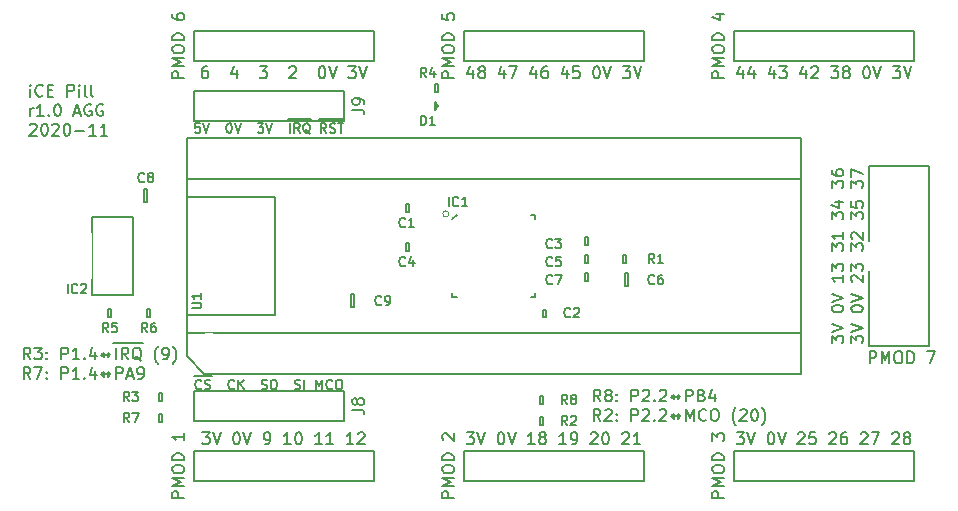
<source format=gto>
%TF.GenerationSoftware,KiCad,Pcbnew,5.1.6-c6e7f7d~87~ubuntu18.04.1*%
%TF.CreationDate,2020-11-08T14:53:35+00:00*%
%TF.ProjectId,icepill,69636570-696c-46c2-9e6b-696361645f70,1*%
%TF.SameCoordinates,Original*%
%TF.FileFunction,Legend,Top*%
%TF.FilePolarity,Positive*%
%FSLAX46Y46*%
G04 Gerber Fmt 4.6, Leading zero omitted, Abs format (unit mm)*
G04 Created by KiCad (PCBNEW 5.1.6-c6e7f7d~87~ubuntu18.04.1) date 2020-11-08 14:53:35*
%MOMM*%
%LPD*%
G01*
G04 APERTURE LIST*
%ADD10C,0.150000*%
%ADD11C,0.120000*%
%ADD12R,1.050000X1.100000*%
%ADD13R,2.500000X3.900000*%
%ADD14R,2.500000X1.400000*%
%ADD15R,1.250000X1.550000*%
%ADD16O,1.300000X2.100000*%
%ADD17C,2.000000*%
%ADD18R,2.000000X2.000000*%
%ADD19C,6.300000*%
%ADD20C,0.700000*%
%ADD21R,0.800000X0.350000*%
%ADD22R,0.350000X0.800000*%
%ADD23R,0.800000X0.800000*%
G04 APERTURE END LIST*
D10*
X101745023Y-85987380D02*
X101411690Y-85511190D01*
X101173595Y-85987380D02*
X101173595Y-84987380D01*
X101554547Y-84987380D01*
X101649785Y-85035000D01*
X101697404Y-85082619D01*
X101745023Y-85177857D01*
X101745023Y-85320714D01*
X101697404Y-85415952D01*
X101649785Y-85463571D01*
X101554547Y-85511190D01*
X101173595Y-85511190D01*
X102316452Y-85415952D02*
X102221214Y-85368333D01*
X102173595Y-85320714D01*
X102125976Y-85225476D01*
X102125976Y-85177857D01*
X102173595Y-85082619D01*
X102221214Y-85035000D01*
X102316452Y-84987380D01*
X102506928Y-84987380D01*
X102602166Y-85035000D01*
X102649785Y-85082619D01*
X102697404Y-85177857D01*
X102697404Y-85225476D01*
X102649785Y-85320714D01*
X102602166Y-85368333D01*
X102506928Y-85415952D01*
X102316452Y-85415952D01*
X102221214Y-85463571D01*
X102173595Y-85511190D01*
X102125976Y-85606428D01*
X102125976Y-85796904D01*
X102173595Y-85892142D01*
X102221214Y-85939761D01*
X102316452Y-85987380D01*
X102506928Y-85987380D01*
X102602166Y-85939761D01*
X102649785Y-85892142D01*
X102697404Y-85796904D01*
X102697404Y-85606428D01*
X102649785Y-85511190D01*
X102602166Y-85463571D01*
X102506928Y-85415952D01*
X103125976Y-85892142D02*
X103173595Y-85939761D01*
X103125976Y-85987380D01*
X103078357Y-85939761D01*
X103125976Y-85892142D01*
X103125976Y-85987380D01*
X103125976Y-85368333D02*
X103173595Y-85415952D01*
X103125976Y-85463571D01*
X103078357Y-85415952D01*
X103125976Y-85368333D01*
X103125976Y-85463571D01*
X104364071Y-85987380D02*
X104364071Y-84987380D01*
X104745023Y-84987380D01*
X104840261Y-85035000D01*
X104887880Y-85082619D01*
X104935500Y-85177857D01*
X104935500Y-85320714D01*
X104887880Y-85415952D01*
X104840261Y-85463571D01*
X104745023Y-85511190D01*
X104364071Y-85511190D01*
X105316452Y-85082619D02*
X105364071Y-85035000D01*
X105459309Y-84987380D01*
X105697404Y-84987380D01*
X105792642Y-85035000D01*
X105840261Y-85082619D01*
X105887880Y-85177857D01*
X105887880Y-85273095D01*
X105840261Y-85415952D01*
X105268833Y-85987380D01*
X105887880Y-85987380D01*
X106316452Y-85892142D02*
X106364071Y-85939761D01*
X106316452Y-85987380D01*
X106268833Y-85939761D01*
X106316452Y-85892142D01*
X106316452Y-85987380D01*
X106745023Y-85082619D02*
X106792642Y-85035000D01*
X106887880Y-84987380D01*
X107125976Y-84987380D01*
X107221214Y-85035000D01*
X107268833Y-85082619D01*
X107316452Y-85177857D01*
X107316452Y-85273095D01*
X107268833Y-85415952D01*
X106697404Y-85987380D01*
X107316452Y-85987380D01*
X107935500Y-85606428D02*
X108316452Y-85606428D01*
X107935500Y-85796904D02*
X107745023Y-85606428D01*
X107935500Y-85415952D01*
X107935500Y-85796904D01*
X108316452Y-85796904D02*
X108316452Y-85415952D01*
X108506928Y-85606428D01*
X108316452Y-85796904D01*
X108983119Y-85987380D02*
X108983119Y-84987380D01*
X109364071Y-84987380D01*
X109459309Y-85035000D01*
X109506928Y-85082619D01*
X109554547Y-85177857D01*
X109554547Y-85320714D01*
X109506928Y-85415952D01*
X109459309Y-85463571D01*
X109364071Y-85511190D01*
X108983119Y-85511190D01*
X110316452Y-85463571D02*
X110459309Y-85511190D01*
X110506928Y-85558809D01*
X110554547Y-85654047D01*
X110554547Y-85796904D01*
X110506928Y-85892142D01*
X110459309Y-85939761D01*
X110364071Y-85987380D01*
X109983119Y-85987380D01*
X109983119Y-84987380D01*
X110316452Y-84987380D01*
X110411690Y-85035000D01*
X110459309Y-85082619D01*
X110506928Y-85177857D01*
X110506928Y-85273095D01*
X110459309Y-85368333D01*
X110411690Y-85415952D01*
X110316452Y-85463571D01*
X109983119Y-85463571D01*
X111411690Y-85320714D02*
X111411690Y-85987380D01*
X111173595Y-84939761D02*
X110935500Y-85654047D01*
X111554547Y-85654047D01*
X101745023Y-87637380D02*
X101411690Y-87161190D01*
X101173595Y-87637380D02*
X101173595Y-86637380D01*
X101554547Y-86637380D01*
X101649785Y-86685000D01*
X101697404Y-86732619D01*
X101745023Y-86827857D01*
X101745023Y-86970714D01*
X101697404Y-87065952D01*
X101649785Y-87113571D01*
X101554547Y-87161190D01*
X101173595Y-87161190D01*
X102125976Y-86732619D02*
X102173595Y-86685000D01*
X102268833Y-86637380D01*
X102506928Y-86637380D01*
X102602166Y-86685000D01*
X102649785Y-86732619D01*
X102697404Y-86827857D01*
X102697404Y-86923095D01*
X102649785Y-87065952D01*
X102078357Y-87637380D01*
X102697404Y-87637380D01*
X103125976Y-87542142D02*
X103173595Y-87589761D01*
X103125976Y-87637380D01*
X103078357Y-87589761D01*
X103125976Y-87542142D01*
X103125976Y-87637380D01*
X103125976Y-87018333D02*
X103173595Y-87065952D01*
X103125976Y-87113571D01*
X103078357Y-87065952D01*
X103125976Y-87018333D01*
X103125976Y-87113571D01*
X104364071Y-87637380D02*
X104364071Y-86637380D01*
X104745023Y-86637380D01*
X104840261Y-86685000D01*
X104887880Y-86732619D01*
X104935500Y-86827857D01*
X104935500Y-86970714D01*
X104887880Y-87065952D01*
X104840261Y-87113571D01*
X104745023Y-87161190D01*
X104364071Y-87161190D01*
X105316452Y-86732619D02*
X105364071Y-86685000D01*
X105459309Y-86637380D01*
X105697404Y-86637380D01*
X105792642Y-86685000D01*
X105840261Y-86732619D01*
X105887880Y-86827857D01*
X105887880Y-86923095D01*
X105840261Y-87065952D01*
X105268833Y-87637380D01*
X105887880Y-87637380D01*
X106316452Y-87542142D02*
X106364071Y-87589761D01*
X106316452Y-87637380D01*
X106268833Y-87589761D01*
X106316452Y-87542142D01*
X106316452Y-87637380D01*
X106745023Y-86732619D02*
X106792642Y-86685000D01*
X106887880Y-86637380D01*
X107125976Y-86637380D01*
X107221214Y-86685000D01*
X107268833Y-86732619D01*
X107316452Y-86827857D01*
X107316452Y-86923095D01*
X107268833Y-87065952D01*
X106697404Y-87637380D01*
X107316452Y-87637380D01*
X107935500Y-87256428D02*
X108316452Y-87256428D01*
X107935500Y-87446904D02*
X107745023Y-87256428D01*
X107935500Y-87065952D01*
X107935500Y-87446904D01*
X108316452Y-87446904D02*
X108316452Y-87065952D01*
X108506928Y-87256428D01*
X108316452Y-87446904D01*
X108983119Y-87637380D02*
X108983119Y-86637380D01*
X109316452Y-87351666D01*
X109649785Y-86637380D01*
X109649785Y-87637380D01*
X110697404Y-87542142D02*
X110649785Y-87589761D01*
X110506928Y-87637380D01*
X110411690Y-87637380D01*
X110268833Y-87589761D01*
X110173595Y-87494523D01*
X110125976Y-87399285D01*
X110078357Y-87208809D01*
X110078357Y-87065952D01*
X110125976Y-86875476D01*
X110173595Y-86780238D01*
X110268833Y-86685000D01*
X110411690Y-86637380D01*
X110506928Y-86637380D01*
X110649785Y-86685000D01*
X110697404Y-86732619D01*
X111316452Y-86637380D02*
X111506928Y-86637380D01*
X111602166Y-86685000D01*
X111697404Y-86780238D01*
X111745023Y-86970714D01*
X111745023Y-87304047D01*
X111697404Y-87494523D01*
X111602166Y-87589761D01*
X111506928Y-87637380D01*
X111316452Y-87637380D01*
X111221214Y-87589761D01*
X111125976Y-87494523D01*
X111078357Y-87304047D01*
X111078357Y-86970714D01*
X111125976Y-86780238D01*
X111221214Y-86685000D01*
X111316452Y-86637380D01*
X113221214Y-88018333D02*
X113173595Y-87970714D01*
X113078357Y-87827857D01*
X113030738Y-87732619D01*
X112983119Y-87589761D01*
X112935500Y-87351666D01*
X112935500Y-87161190D01*
X112983119Y-86923095D01*
X113030738Y-86780238D01*
X113078357Y-86685000D01*
X113173595Y-86542142D01*
X113221214Y-86494523D01*
X113554547Y-86732619D02*
X113602166Y-86685000D01*
X113697404Y-86637380D01*
X113935500Y-86637380D01*
X114030738Y-86685000D01*
X114078357Y-86732619D01*
X114125976Y-86827857D01*
X114125976Y-86923095D01*
X114078357Y-87065952D01*
X113506928Y-87637380D01*
X114125976Y-87637380D01*
X114745023Y-86637380D02*
X114840261Y-86637380D01*
X114935500Y-86685000D01*
X114983119Y-86732619D01*
X115030738Y-86827857D01*
X115078357Y-87018333D01*
X115078357Y-87256428D01*
X115030738Y-87446904D01*
X114983119Y-87542142D01*
X114935500Y-87589761D01*
X114840261Y-87637380D01*
X114745023Y-87637380D01*
X114649785Y-87589761D01*
X114602166Y-87542142D01*
X114554547Y-87446904D01*
X114506928Y-87256428D01*
X114506928Y-87018333D01*
X114554547Y-86827857D01*
X114602166Y-86732619D01*
X114649785Y-86685000D01*
X114745023Y-86637380D01*
X115411690Y-88018333D02*
X115459309Y-87970714D01*
X115554547Y-87827857D01*
X115602166Y-87732619D01*
X115649785Y-87589761D01*
X115697404Y-87351666D01*
X115697404Y-87161190D01*
X115649785Y-86923095D01*
X115602166Y-86780238D01*
X115554547Y-86685000D01*
X115459309Y-86542142D01*
X115411690Y-86494523D01*
X53485023Y-82431380D02*
X53151690Y-81955190D01*
X52913595Y-82431380D02*
X52913595Y-81431380D01*
X53294547Y-81431380D01*
X53389785Y-81479000D01*
X53437404Y-81526619D01*
X53485023Y-81621857D01*
X53485023Y-81764714D01*
X53437404Y-81859952D01*
X53389785Y-81907571D01*
X53294547Y-81955190D01*
X52913595Y-81955190D01*
X53818357Y-81431380D02*
X54437404Y-81431380D01*
X54104071Y-81812333D01*
X54246928Y-81812333D01*
X54342166Y-81859952D01*
X54389785Y-81907571D01*
X54437404Y-82002809D01*
X54437404Y-82240904D01*
X54389785Y-82336142D01*
X54342166Y-82383761D01*
X54246928Y-82431380D01*
X53961214Y-82431380D01*
X53865976Y-82383761D01*
X53818357Y-82336142D01*
X54865976Y-82336142D02*
X54913595Y-82383761D01*
X54865976Y-82431380D01*
X54818357Y-82383761D01*
X54865976Y-82336142D01*
X54865976Y-82431380D01*
X54865976Y-81812333D02*
X54913595Y-81859952D01*
X54865976Y-81907571D01*
X54818357Y-81859952D01*
X54865976Y-81812333D01*
X54865976Y-81907571D01*
X56104071Y-82431380D02*
X56104071Y-81431380D01*
X56485023Y-81431380D01*
X56580261Y-81479000D01*
X56627880Y-81526619D01*
X56675500Y-81621857D01*
X56675500Y-81764714D01*
X56627880Y-81859952D01*
X56580261Y-81907571D01*
X56485023Y-81955190D01*
X56104071Y-81955190D01*
X57627880Y-82431380D02*
X57056452Y-82431380D01*
X57342166Y-82431380D02*
X57342166Y-81431380D01*
X57246928Y-81574238D01*
X57151690Y-81669476D01*
X57056452Y-81717095D01*
X58056452Y-82336142D02*
X58104071Y-82383761D01*
X58056452Y-82431380D01*
X58008833Y-82383761D01*
X58056452Y-82336142D01*
X58056452Y-82431380D01*
X58961214Y-81764714D02*
X58961214Y-82431380D01*
X58723119Y-81383761D02*
X58485023Y-82098047D01*
X59104071Y-82098047D01*
X59675500Y-82050428D02*
X60056452Y-82050428D01*
X59675500Y-82240904D02*
X59485023Y-82050428D01*
X59675500Y-81859952D01*
X59675500Y-82240904D01*
X60056452Y-82240904D02*
X60056452Y-81859952D01*
X60246928Y-82050428D01*
X60056452Y-82240904D01*
X60485023Y-81064000D02*
X60961214Y-81064000D01*
X60723119Y-82431380D02*
X60723119Y-81431380D01*
X60961214Y-81064000D02*
X61961214Y-81064000D01*
X61770738Y-82431380D02*
X61437404Y-81955190D01*
X61199309Y-82431380D02*
X61199309Y-81431380D01*
X61580261Y-81431380D01*
X61675500Y-81479000D01*
X61723119Y-81526619D01*
X61770738Y-81621857D01*
X61770738Y-81764714D01*
X61723119Y-81859952D01*
X61675500Y-81907571D01*
X61580261Y-81955190D01*
X61199309Y-81955190D01*
X61961214Y-81064000D02*
X63008833Y-81064000D01*
X62865976Y-82526619D02*
X62770738Y-82479000D01*
X62675500Y-82383761D01*
X62532642Y-82240904D01*
X62437404Y-82193285D01*
X62342166Y-82193285D01*
X62389785Y-82431380D02*
X62294547Y-82383761D01*
X62199309Y-82288523D01*
X62151690Y-82098047D01*
X62151690Y-81764714D01*
X62199309Y-81574238D01*
X62294547Y-81479000D01*
X62389785Y-81431380D01*
X62580261Y-81431380D01*
X62675500Y-81479000D01*
X62770738Y-81574238D01*
X62818357Y-81764714D01*
X62818357Y-82098047D01*
X62770738Y-82288523D01*
X62675500Y-82383761D01*
X62580261Y-82431380D01*
X62389785Y-82431380D01*
X64294547Y-82812333D02*
X64246928Y-82764714D01*
X64151690Y-82621857D01*
X64104071Y-82526619D01*
X64056452Y-82383761D01*
X64008833Y-82145666D01*
X64008833Y-81955190D01*
X64056452Y-81717095D01*
X64104071Y-81574238D01*
X64151690Y-81479000D01*
X64246928Y-81336142D01*
X64294547Y-81288523D01*
X64723119Y-82431380D02*
X64913595Y-82431380D01*
X65008833Y-82383761D01*
X65056452Y-82336142D01*
X65151690Y-82193285D01*
X65199309Y-82002809D01*
X65199309Y-81621857D01*
X65151690Y-81526619D01*
X65104071Y-81479000D01*
X65008833Y-81431380D01*
X64818357Y-81431380D01*
X64723119Y-81479000D01*
X64675500Y-81526619D01*
X64627880Y-81621857D01*
X64627880Y-81859952D01*
X64675500Y-81955190D01*
X64723119Y-82002809D01*
X64818357Y-82050428D01*
X65008833Y-82050428D01*
X65104071Y-82002809D01*
X65151690Y-81955190D01*
X65199309Y-81859952D01*
X65532642Y-82812333D02*
X65580261Y-82764714D01*
X65675499Y-82621857D01*
X65723119Y-82526619D01*
X65770738Y-82383761D01*
X65818357Y-82145666D01*
X65818357Y-81955190D01*
X65770738Y-81717095D01*
X65723119Y-81574238D01*
X65675499Y-81479000D01*
X65580261Y-81336142D01*
X65532642Y-81288523D01*
X53485023Y-84081380D02*
X53151690Y-83605190D01*
X52913595Y-84081380D02*
X52913595Y-83081380D01*
X53294547Y-83081380D01*
X53389785Y-83129000D01*
X53437404Y-83176619D01*
X53485023Y-83271857D01*
X53485023Y-83414714D01*
X53437404Y-83509952D01*
X53389785Y-83557571D01*
X53294547Y-83605190D01*
X52913595Y-83605190D01*
X53818357Y-83081380D02*
X54485023Y-83081380D01*
X54056452Y-84081380D01*
X54865976Y-83986142D02*
X54913595Y-84033761D01*
X54865976Y-84081380D01*
X54818357Y-84033761D01*
X54865976Y-83986142D01*
X54865976Y-84081380D01*
X54865976Y-83462333D02*
X54913595Y-83509952D01*
X54865976Y-83557571D01*
X54818357Y-83509952D01*
X54865976Y-83462333D01*
X54865976Y-83557571D01*
X56104071Y-84081380D02*
X56104071Y-83081380D01*
X56485023Y-83081380D01*
X56580261Y-83129000D01*
X56627880Y-83176619D01*
X56675500Y-83271857D01*
X56675500Y-83414714D01*
X56627880Y-83509952D01*
X56580261Y-83557571D01*
X56485023Y-83605190D01*
X56104071Y-83605190D01*
X57627880Y-84081380D02*
X57056452Y-84081380D01*
X57342166Y-84081380D02*
X57342166Y-83081380D01*
X57246928Y-83224238D01*
X57151690Y-83319476D01*
X57056452Y-83367095D01*
X58056452Y-83986142D02*
X58104071Y-84033761D01*
X58056452Y-84081380D01*
X58008833Y-84033761D01*
X58056452Y-83986142D01*
X58056452Y-84081380D01*
X58961214Y-83414714D02*
X58961214Y-84081380D01*
X58723119Y-83033761D02*
X58485023Y-83748047D01*
X59104071Y-83748047D01*
X59675500Y-83700428D02*
X60056452Y-83700428D01*
X59675500Y-83890904D02*
X59485023Y-83700428D01*
X59675500Y-83509952D01*
X59675500Y-83890904D01*
X60056452Y-83890904D02*
X60056452Y-83509952D01*
X60246928Y-83700428D01*
X60056452Y-83890904D01*
X60723119Y-84081380D02*
X60723119Y-83081380D01*
X61104071Y-83081380D01*
X61199309Y-83129000D01*
X61246928Y-83176619D01*
X61294547Y-83271857D01*
X61294547Y-83414714D01*
X61246928Y-83509952D01*
X61199309Y-83557571D01*
X61104071Y-83605190D01*
X60723119Y-83605190D01*
X61675500Y-83795666D02*
X62151690Y-83795666D01*
X61580261Y-84081380D02*
X61913595Y-83081380D01*
X62246928Y-84081380D01*
X62627880Y-84081380D02*
X62818357Y-84081380D01*
X62913595Y-84033761D01*
X62961214Y-83986142D01*
X63056452Y-83843285D01*
X63104071Y-83652809D01*
X63104071Y-83271857D01*
X63056452Y-83176619D01*
X63008833Y-83129000D01*
X62913595Y-83081380D01*
X62723119Y-83081380D01*
X62627880Y-83129000D01*
X62580261Y-83176619D01*
X62532642Y-83271857D01*
X62532642Y-83509952D01*
X62580261Y-83605190D01*
X62627880Y-83652809D01*
X62723119Y-83700428D01*
X62913595Y-83700428D01*
X63008833Y-83652809D01*
X63056452Y-83605190D01*
X63104071Y-83509952D01*
X67831428Y-62426904D02*
X67450476Y-62426904D01*
X67412380Y-62807857D01*
X67450476Y-62769761D01*
X67526666Y-62731666D01*
X67717142Y-62731666D01*
X67793333Y-62769761D01*
X67831428Y-62807857D01*
X67869523Y-62884047D01*
X67869523Y-63074523D01*
X67831428Y-63150714D01*
X67793333Y-63188809D01*
X67717142Y-63226904D01*
X67526666Y-63226904D01*
X67450476Y-63188809D01*
X67412380Y-63150714D01*
X68098095Y-62426904D02*
X68364761Y-63226904D01*
X68631428Y-62426904D01*
X70269523Y-62426904D02*
X70345714Y-62426904D01*
X70421904Y-62465000D01*
X70460000Y-62503095D01*
X70498095Y-62579285D01*
X70536190Y-62731666D01*
X70536190Y-62922142D01*
X70498095Y-63074523D01*
X70460000Y-63150714D01*
X70421904Y-63188809D01*
X70345714Y-63226904D01*
X70269523Y-63226904D01*
X70193333Y-63188809D01*
X70155238Y-63150714D01*
X70117142Y-63074523D01*
X70079047Y-62922142D01*
X70079047Y-62731666D01*
X70117142Y-62579285D01*
X70155238Y-62503095D01*
X70193333Y-62465000D01*
X70269523Y-62426904D01*
X70764761Y-62426904D02*
X71031428Y-63226904D01*
X71298095Y-62426904D01*
X72707619Y-62426904D02*
X73202857Y-62426904D01*
X72936190Y-62731666D01*
X73050476Y-62731666D01*
X73126666Y-62769761D01*
X73164761Y-62807857D01*
X73202857Y-62884047D01*
X73202857Y-63074523D01*
X73164761Y-63150714D01*
X73126666Y-63188809D01*
X73050476Y-63226904D01*
X72821904Y-63226904D01*
X72745714Y-63188809D01*
X72707619Y-63150714D01*
X73431428Y-62426904D02*
X73698095Y-63226904D01*
X73964761Y-62426904D01*
X75260000Y-62094000D02*
X75640952Y-62094000D01*
X75450476Y-63226904D02*
X75450476Y-62426904D01*
X75640952Y-62094000D02*
X76440952Y-62094000D01*
X76288571Y-63226904D02*
X76021904Y-62845952D01*
X75831428Y-63226904D02*
X75831428Y-62426904D01*
X76136190Y-62426904D01*
X76212380Y-62465000D01*
X76250476Y-62503095D01*
X76288571Y-62579285D01*
X76288571Y-62693571D01*
X76250476Y-62769761D01*
X76212380Y-62807857D01*
X76136190Y-62845952D01*
X75831428Y-62845952D01*
X76440952Y-62094000D02*
X77279047Y-62094000D01*
X77164761Y-63303095D02*
X77088571Y-63265000D01*
X77012380Y-63188809D01*
X76898095Y-63074523D01*
X76821904Y-63036428D01*
X76745714Y-63036428D01*
X76783809Y-63226904D02*
X76707619Y-63188809D01*
X76631428Y-63112619D01*
X76593333Y-62960238D01*
X76593333Y-62693571D01*
X76631428Y-62541190D01*
X76707619Y-62465000D01*
X76783809Y-62426904D01*
X76936190Y-62426904D01*
X77012380Y-62465000D01*
X77088571Y-62541190D01*
X77126666Y-62693571D01*
X77126666Y-62960238D01*
X77088571Y-63112619D01*
X77012380Y-63188809D01*
X76936190Y-63226904D01*
X76783809Y-63226904D01*
X77888571Y-62094000D02*
X78688571Y-62094000D01*
X78536190Y-63226904D02*
X78269523Y-62845952D01*
X78079047Y-63226904D02*
X78079047Y-62426904D01*
X78383809Y-62426904D01*
X78460000Y-62465000D01*
X78498095Y-62503095D01*
X78536190Y-62579285D01*
X78536190Y-62693571D01*
X78498095Y-62769761D01*
X78460000Y-62807857D01*
X78383809Y-62845952D01*
X78079047Y-62845952D01*
X78688571Y-62094000D02*
X79450476Y-62094000D01*
X78840952Y-63188809D02*
X78955238Y-63226904D01*
X79145714Y-63226904D01*
X79221904Y-63188809D01*
X79260000Y-63150714D01*
X79298095Y-63074523D01*
X79298095Y-62998333D01*
X79260000Y-62922142D01*
X79221904Y-62884047D01*
X79145714Y-62845952D01*
X78993333Y-62807857D01*
X78917142Y-62769761D01*
X78879047Y-62731666D01*
X78840952Y-62655476D01*
X78840952Y-62579285D01*
X78879047Y-62503095D01*
X78917142Y-62465000D01*
X78993333Y-62426904D01*
X79183809Y-62426904D01*
X79298095Y-62465000D01*
X79450476Y-62094000D02*
X80060000Y-62094000D01*
X79526666Y-62426904D02*
X79983809Y-62426904D01*
X79755238Y-63226904D02*
X79755238Y-62426904D01*
X67298095Y-83811000D02*
X68098095Y-83811000D01*
X67945714Y-84867714D02*
X67907619Y-84905809D01*
X67793333Y-84943904D01*
X67717142Y-84943904D01*
X67602857Y-84905809D01*
X67526666Y-84829619D01*
X67488571Y-84753428D01*
X67450476Y-84601047D01*
X67450476Y-84486761D01*
X67488571Y-84334380D01*
X67526666Y-84258190D01*
X67602857Y-84182000D01*
X67717142Y-84143904D01*
X67793333Y-84143904D01*
X67907619Y-84182000D01*
X67945714Y-84220095D01*
X68098095Y-83811000D02*
X68860000Y-83811000D01*
X68250476Y-84905809D02*
X68364761Y-84943904D01*
X68555238Y-84943904D01*
X68631428Y-84905809D01*
X68669523Y-84867714D01*
X68707619Y-84791523D01*
X68707619Y-84715333D01*
X68669523Y-84639142D01*
X68631428Y-84601047D01*
X68555238Y-84562952D01*
X68402857Y-84524857D01*
X68326666Y-84486761D01*
X68288571Y-84448666D01*
X68250476Y-84372476D01*
X68250476Y-84296285D01*
X68288571Y-84220095D01*
X68326666Y-84182000D01*
X68402857Y-84143904D01*
X68593333Y-84143904D01*
X68707619Y-84182000D01*
X70726666Y-84867714D02*
X70688571Y-84905809D01*
X70574285Y-84943904D01*
X70498095Y-84943904D01*
X70383809Y-84905809D01*
X70307619Y-84829619D01*
X70269523Y-84753428D01*
X70231428Y-84601047D01*
X70231428Y-84486761D01*
X70269523Y-84334380D01*
X70307619Y-84258190D01*
X70383809Y-84182000D01*
X70498095Y-84143904D01*
X70574285Y-84143904D01*
X70688571Y-84182000D01*
X70726666Y-84220095D01*
X71069523Y-84943904D02*
X71069523Y-84143904D01*
X71526666Y-84943904D02*
X71183809Y-84486761D01*
X71526666Y-84143904D02*
X71069523Y-84601047D01*
X73050476Y-84905809D02*
X73164761Y-84943904D01*
X73355238Y-84943904D01*
X73431428Y-84905809D01*
X73469523Y-84867714D01*
X73507619Y-84791523D01*
X73507619Y-84715333D01*
X73469523Y-84639142D01*
X73431428Y-84601047D01*
X73355238Y-84562952D01*
X73202857Y-84524857D01*
X73126666Y-84486761D01*
X73088571Y-84448666D01*
X73050476Y-84372476D01*
X73050476Y-84296285D01*
X73088571Y-84220095D01*
X73126666Y-84182000D01*
X73202857Y-84143904D01*
X73393333Y-84143904D01*
X73507619Y-84182000D01*
X74002857Y-84143904D02*
X74155238Y-84143904D01*
X74231428Y-84182000D01*
X74307619Y-84258190D01*
X74345714Y-84410571D01*
X74345714Y-84677238D01*
X74307619Y-84829619D01*
X74231428Y-84905809D01*
X74155238Y-84943904D01*
X74002857Y-84943904D01*
X73926666Y-84905809D01*
X73850476Y-84829619D01*
X73812380Y-84677238D01*
X73812380Y-84410571D01*
X73850476Y-84258190D01*
X73926666Y-84182000D01*
X74002857Y-84143904D01*
X75869523Y-84905809D02*
X75983809Y-84943904D01*
X76174285Y-84943904D01*
X76250476Y-84905809D01*
X76288571Y-84867714D01*
X76326666Y-84791523D01*
X76326666Y-84715333D01*
X76288571Y-84639142D01*
X76250476Y-84601047D01*
X76174285Y-84562952D01*
X76021904Y-84524857D01*
X75945714Y-84486761D01*
X75907619Y-84448666D01*
X75869523Y-84372476D01*
X75869523Y-84296285D01*
X75907619Y-84220095D01*
X75945714Y-84182000D01*
X76021904Y-84143904D01*
X76212380Y-84143904D01*
X76326666Y-84182000D01*
X76669523Y-84943904D02*
X76669523Y-84143904D01*
X77660000Y-84943904D02*
X77660000Y-84143904D01*
X77926666Y-84715333D01*
X78193333Y-84143904D01*
X78193333Y-84943904D01*
X79031428Y-84867714D02*
X78993333Y-84905809D01*
X78879047Y-84943904D01*
X78802857Y-84943904D01*
X78688571Y-84905809D01*
X78612380Y-84829619D01*
X78574285Y-84753428D01*
X78536190Y-84601047D01*
X78536190Y-84486761D01*
X78574285Y-84334380D01*
X78612380Y-84258190D01*
X78688571Y-84182000D01*
X78802857Y-84143904D01*
X78879047Y-84143904D01*
X78993333Y-84182000D01*
X79031428Y-84220095D01*
X79526666Y-84143904D02*
X79679047Y-84143904D01*
X79755238Y-84182000D01*
X79831428Y-84258190D01*
X79869523Y-84410571D01*
X79869523Y-84677238D01*
X79831428Y-84829619D01*
X79755238Y-84905809D01*
X79679047Y-84943904D01*
X79526666Y-84943904D01*
X79450476Y-84905809D01*
X79374285Y-84829619D01*
X79336190Y-84677238D01*
X79336190Y-84410571D01*
X79374285Y-84258190D01*
X79450476Y-84182000D01*
X79526666Y-84143904D01*
X121309380Y-81040952D02*
X121309380Y-80421904D01*
X121690333Y-80755238D01*
X121690333Y-80612380D01*
X121737952Y-80517142D01*
X121785571Y-80469523D01*
X121880809Y-80421904D01*
X122118904Y-80421904D01*
X122214142Y-80469523D01*
X122261761Y-80517142D01*
X122309380Y-80612380D01*
X122309380Y-80898095D01*
X122261761Y-80993333D01*
X122214142Y-81040952D01*
X121309380Y-80136190D02*
X122309380Y-79802857D01*
X121309380Y-79469523D01*
X121309380Y-78183809D02*
X121309380Y-78088571D01*
X121357000Y-77993333D01*
X121404619Y-77945714D01*
X121499857Y-77898095D01*
X121690333Y-77850476D01*
X121928428Y-77850476D01*
X122118904Y-77898095D01*
X122214142Y-77945714D01*
X122261761Y-77993333D01*
X122309380Y-78088571D01*
X122309380Y-78183809D01*
X122261761Y-78279047D01*
X122214142Y-78326666D01*
X122118904Y-78374285D01*
X121928428Y-78421904D01*
X121690333Y-78421904D01*
X121499857Y-78374285D01*
X121404619Y-78326666D01*
X121357000Y-78279047D01*
X121309380Y-78183809D01*
X121309380Y-77564761D02*
X122309380Y-77231428D01*
X121309380Y-76898095D01*
X122309380Y-75279047D02*
X122309380Y-75850476D01*
X122309380Y-75564761D02*
X121309380Y-75564761D01*
X121452238Y-75660000D01*
X121547476Y-75755238D01*
X121595095Y-75850476D01*
X121309380Y-74945714D02*
X121309380Y-74326666D01*
X121690333Y-74660000D01*
X121690333Y-74517142D01*
X121737952Y-74421904D01*
X121785571Y-74374285D01*
X121880809Y-74326666D01*
X122118904Y-74326666D01*
X122214142Y-74374285D01*
X122261761Y-74421904D01*
X122309380Y-74517142D01*
X122309380Y-74802857D01*
X122261761Y-74898095D01*
X122214142Y-74945714D01*
X121309380Y-73231428D02*
X121309380Y-72612380D01*
X121690333Y-72945714D01*
X121690333Y-72802857D01*
X121737952Y-72707619D01*
X121785571Y-72660000D01*
X121880809Y-72612380D01*
X122118904Y-72612380D01*
X122214142Y-72660000D01*
X122261761Y-72707619D01*
X122309380Y-72802857D01*
X122309380Y-73088571D01*
X122261761Y-73183809D01*
X122214142Y-73231428D01*
X122309380Y-71660000D02*
X122309380Y-72231428D01*
X122309380Y-71945714D02*
X121309380Y-71945714D01*
X121452238Y-72040952D01*
X121547476Y-72136190D01*
X121595095Y-72231428D01*
X121309380Y-70564761D02*
X121309380Y-69945714D01*
X121690333Y-70279047D01*
X121690333Y-70136190D01*
X121737952Y-70040952D01*
X121785571Y-69993333D01*
X121880809Y-69945714D01*
X122118904Y-69945714D01*
X122214142Y-69993333D01*
X122261761Y-70040952D01*
X122309380Y-70136190D01*
X122309380Y-70421904D01*
X122261761Y-70517142D01*
X122214142Y-70564761D01*
X121642714Y-69088571D02*
X122309380Y-69088571D01*
X121261761Y-69326666D02*
X121976047Y-69564761D01*
X121976047Y-68945714D01*
X121309380Y-67898095D02*
X121309380Y-67279047D01*
X121690333Y-67612380D01*
X121690333Y-67469523D01*
X121737952Y-67374285D01*
X121785571Y-67326666D01*
X121880809Y-67279047D01*
X122118904Y-67279047D01*
X122214142Y-67326666D01*
X122261761Y-67374285D01*
X122309380Y-67469523D01*
X122309380Y-67755238D01*
X122261761Y-67850476D01*
X122214142Y-67898095D01*
X121309380Y-66421904D02*
X121309380Y-66612380D01*
X121357000Y-66707619D01*
X121404619Y-66755238D01*
X121547476Y-66850476D01*
X121737952Y-66898095D01*
X122118904Y-66898095D01*
X122214142Y-66850476D01*
X122261761Y-66802857D01*
X122309380Y-66707619D01*
X122309380Y-66517142D01*
X122261761Y-66421904D01*
X122214142Y-66374285D01*
X122118904Y-66326666D01*
X121880809Y-66326666D01*
X121785571Y-66374285D01*
X121737952Y-66421904D01*
X121690333Y-66517142D01*
X121690333Y-66707619D01*
X121737952Y-66802857D01*
X121785571Y-66850476D01*
X121880809Y-66898095D01*
X122959380Y-81040952D02*
X122959380Y-80421904D01*
X123340333Y-80755238D01*
X123340333Y-80612380D01*
X123387952Y-80517142D01*
X123435571Y-80469523D01*
X123530809Y-80421904D01*
X123768904Y-80421904D01*
X123864142Y-80469523D01*
X123911761Y-80517142D01*
X123959380Y-80612380D01*
X123959380Y-80898095D01*
X123911761Y-80993333D01*
X123864142Y-81040952D01*
X122959380Y-80136190D02*
X123959380Y-79802857D01*
X122959380Y-79469523D01*
X122959380Y-78183809D02*
X122959380Y-78088571D01*
X123007000Y-77993333D01*
X123054619Y-77945714D01*
X123149857Y-77898095D01*
X123340333Y-77850476D01*
X123578428Y-77850476D01*
X123768904Y-77898095D01*
X123864142Y-77945714D01*
X123911761Y-77993333D01*
X123959380Y-78088571D01*
X123959380Y-78183809D01*
X123911761Y-78279047D01*
X123864142Y-78326666D01*
X123768904Y-78374285D01*
X123578428Y-78421904D01*
X123340333Y-78421904D01*
X123149857Y-78374285D01*
X123054619Y-78326666D01*
X123007000Y-78279047D01*
X122959380Y-78183809D01*
X122959380Y-77564761D02*
X123959380Y-77231428D01*
X122959380Y-76898095D01*
X123054619Y-75850476D02*
X123007000Y-75802857D01*
X122959380Y-75707619D01*
X122959380Y-75469523D01*
X123007000Y-75374285D01*
X123054619Y-75326666D01*
X123149857Y-75279047D01*
X123245095Y-75279047D01*
X123387952Y-75326666D01*
X123959380Y-75898095D01*
X123959380Y-75279047D01*
X122959380Y-74945714D02*
X122959380Y-74326666D01*
X123340333Y-74660000D01*
X123340333Y-74517142D01*
X123387952Y-74421904D01*
X123435571Y-74374285D01*
X123530809Y-74326666D01*
X123768904Y-74326666D01*
X123864142Y-74374285D01*
X123911761Y-74421904D01*
X123959380Y-74517142D01*
X123959380Y-74802857D01*
X123911761Y-74898095D01*
X123864142Y-74945714D01*
X122959380Y-73231428D02*
X122959380Y-72612380D01*
X123340333Y-72945714D01*
X123340333Y-72802857D01*
X123387952Y-72707619D01*
X123435571Y-72660000D01*
X123530809Y-72612380D01*
X123768904Y-72612380D01*
X123864142Y-72660000D01*
X123911761Y-72707619D01*
X123959380Y-72802857D01*
X123959380Y-73088571D01*
X123911761Y-73183809D01*
X123864142Y-73231428D01*
X123054619Y-72231428D02*
X123007000Y-72183809D01*
X122959380Y-72088571D01*
X122959380Y-71850476D01*
X123007000Y-71755238D01*
X123054619Y-71707619D01*
X123149857Y-71660000D01*
X123245095Y-71660000D01*
X123387952Y-71707619D01*
X123959380Y-72279047D01*
X123959380Y-71660000D01*
X122959380Y-70564761D02*
X122959380Y-69945714D01*
X123340333Y-70279047D01*
X123340333Y-70136190D01*
X123387952Y-70040952D01*
X123435571Y-69993333D01*
X123530809Y-69945714D01*
X123768904Y-69945714D01*
X123864142Y-69993333D01*
X123911761Y-70040952D01*
X123959380Y-70136190D01*
X123959380Y-70421904D01*
X123911761Y-70517142D01*
X123864142Y-70564761D01*
X122959380Y-69040952D02*
X122959380Y-69517142D01*
X123435571Y-69564761D01*
X123387952Y-69517142D01*
X123340333Y-69421904D01*
X123340333Y-69183809D01*
X123387952Y-69088571D01*
X123435571Y-69040952D01*
X123530809Y-68993333D01*
X123768904Y-68993333D01*
X123864142Y-69040952D01*
X123911761Y-69088571D01*
X123959380Y-69183809D01*
X123959380Y-69421904D01*
X123911761Y-69517142D01*
X123864142Y-69564761D01*
X122959380Y-67898095D02*
X122959380Y-67279047D01*
X123340333Y-67612380D01*
X123340333Y-67469523D01*
X123387952Y-67374285D01*
X123435571Y-67326666D01*
X123530809Y-67279047D01*
X123768904Y-67279047D01*
X123864142Y-67326666D01*
X123911761Y-67374285D01*
X123959380Y-67469523D01*
X123959380Y-67755238D01*
X123911761Y-67850476D01*
X123864142Y-67898095D01*
X122959380Y-66945714D02*
X122959380Y-66279047D01*
X123959380Y-66707619D01*
X68025238Y-88606380D02*
X68644285Y-88606380D01*
X68310952Y-88987333D01*
X68453809Y-88987333D01*
X68549047Y-89034952D01*
X68596666Y-89082571D01*
X68644285Y-89177809D01*
X68644285Y-89415904D01*
X68596666Y-89511142D01*
X68549047Y-89558761D01*
X68453809Y-89606380D01*
X68168095Y-89606380D01*
X68072857Y-89558761D01*
X68025238Y-89511142D01*
X68930000Y-88606380D02*
X69263333Y-89606380D01*
X69596666Y-88606380D01*
X70882380Y-88606380D02*
X70977619Y-88606380D01*
X71072857Y-88654000D01*
X71120476Y-88701619D01*
X71168095Y-88796857D01*
X71215714Y-88987333D01*
X71215714Y-89225428D01*
X71168095Y-89415904D01*
X71120476Y-89511142D01*
X71072857Y-89558761D01*
X70977619Y-89606380D01*
X70882380Y-89606380D01*
X70787142Y-89558761D01*
X70739523Y-89511142D01*
X70691904Y-89415904D01*
X70644285Y-89225428D01*
X70644285Y-88987333D01*
X70691904Y-88796857D01*
X70739523Y-88701619D01*
X70787142Y-88654000D01*
X70882380Y-88606380D01*
X71501428Y-88606380D02*
X71834761Y-89606380D01*
X72168095Y-88606380D01*
X73310952Y-89606380D02*
X73501428Y-89606380D01*
X73596666Y-89558761D01*
X73644285Y-89511142D01*
X73739523Y-89368285D01*
X73787142Y-89177809D01*
X73787142Y-88796857D01*
X73739523Y-88701619D01*
X73691904Y-88654000D01*
X73596666Y-88606380D01*
X73406190Y-88606380D01*
X73310952Y-88654000D01*
X73263333Y-88701619D01*
X73215714Y-88796857D01*
X73215714Y-89034952D01*
X73263333Y-89130190D01*
X73310952Y-89177809D01*
X73406190Y-89225428D01*
X73596666Y-89225428D01*
X73691904Y-89177809D01*
X73739523Y-89130190D01*
X73787142Y-89034952D01*
X75501428Y-89606380D02*
X74930000Y-89606380D01*
X75215714Y-89606380D02*
X75215714Y-88606380D01*
X75120476Y-88749238D01*
X75025238Y-88844476D01*
X74930000Y-88892095D01*
X76120476Y-88606380D02*
X76215714Y-88606380D01*
X76310952Y-88654000D01*
X76358571Y-88701619D01*
X76406190Y-88796857D01*
X76453809Y-88987333D01*
X76453809Y-89225428D01*
X76406190Y-89415904D01*
X76358571Y-89511142D01*
X76310952Y-89558761D01*
X76215714Y-89606380D01*
X76120476Y-89606380D01*
X76025238Y-89558761D01*
X75977619Y-89511142D01*
X75930000Y-89415904D01*
X75882380Y-89225428D01*
X75882380Y-88987333D01*
X75930000Y-88796857D01*
X75977619Y-88701619D01*
X76025238Y-88654000D01*
X76120476Y-88606380D01*
X78168095Y-89606380D02*
X77596666Y-89606380D01*
X77882380Y-89606380D02*
X77882380Y-88606380D01*
X77787142Y-88749238D01*
X77691904Y-88844476D01*
X77596666Y-88892095D01*
X79120476Y-89606380D02*
X78549047Y-89606380D01*
X78834761Y-89606380D02*
X78834761Y-88606380D01*
X78739523Y-88749238D01*
X78644285Y-88844476D01*
X78549047Y-88892095D01*
X80834761Y-89606380D02*
X80263333Y-89606380D01*
X80549047Y-89606380D02*
X80549047Y-88606380D01*
X80453809Y-88749238D01*
X80358571Y-88844476D01*
X80263333Y-88892095D01*
X81215714Y-88701619D02*
X81263333Y-88654000D01*
X81358571Y-88606380D01*
X81596666Y-88606380D01*
X81691904Y-88654000D01*
X81739523Y-88701619D01*
X81787142Y-88796857D01*
X81787142Y-88892095D01*
X81739523Y-89034952D01*
X81168095Y-89606380D01*
X81787142Y-89606380D01*
X113269047Y-88606380D02*
X113888095Y-88606380D01*
X113554761Y-88987333D01*
X113697619Y-88987333D01*
X113792857Y-89034952D01*
X113840476Y-89082571D01*
X113888095Y-89177809D01*
X113888095Y-89415904D01*
X113840476Y-89511142D01*
X113792857Y-89558761D01*
X113697619Y-89606380D01*
X113411904Y-89606380D01*
X113316666Y-89558761D01*
X113269047Y-89511142D01*
X114173809Y-88606380D02*
X114507142Y-89606380D01*
X114840476Y-88606380D01*
X116126190Y-88606380D02*
X116221428Y-88606380D01*
X116316666Y-88654000D01*
X116364285Y-88701619D01*
X116411904Y-88796857D01*
X116459523Y-88987333D01*
X116459523Y-89225428D01*
X116411904Y-89415904D01*
X116364285Y-89511142D01*
X116316666Y-89558761D01*
X116221428Y-89606380D01*
X116126190Y-89606380D01*
X116030952Y-89558761D01*
X115983333Y-89511142D01*
X115935714Y-89415904D01*
X115888095Y-89225428D01*
X115888095Y-88987333D01*
X115935714Y-88796857D01*
X115983333Y-88701619D01*
X116030952Y-88654000D01*
X116126190Y-88606380D01*
X116745238Y-88606380D02*
X117078571Y-89606380D01*
X117411904Y-88606380D01*
X118459523Y-88701619D02*
X118507142Y-88654000D01*
X118602380Y-88606380D01*
X118840476Y-88606380D01*
X118935714Y-88654000D01*
X118983333Y-88701619D01*
X119030952Y-88796857D01*
X119030952Y-88892095D01*
X118983333Y-89034952D01*
X118411904Y-89606380D01*
X119030952Y-89606380D01*
X119935714Y-88606380D02*
X119459523Y-88606380D01*
X119411904Y-89082571D01*
X119459523Y-89034952D01*
X119554761Y-88987333D01*
X119792857Y-88987333D01*
X119888095Y-89034952D01*
X119935714Y-89082571D01*
X119983333Y-89177809D01*
X119983333Y-89415904D01*
X119935714Y-89511142D01*
X119888095Y-89558761D01*
X119792857Y-89606380D01*
X119554761Y-89606380D01*
X119459523Y-89558761D01*
X119411904Y-89511142D01*
X121126190Y-88701619D02*
X121173809Y-88654000D01*
X121269047Y-88606380D01*
X121507142Y-88606380D01*
X121602380Y-88654000D01*
X121650000Y-88701619D01*
X121697619Y-88796857D01*
X121697619Y-88892095D01*
X121650000Y-89034952D01*
X121078571Y-89606380D01*
X121697619Y-89606380D01*
X122554761Y-88606380D02*
X122364285Y-88606380D01*
X122269047Y-88654000D01*
X122221428Y-88701619D01*
X122126190Y-88844476D01*
X122078571Y-89034952D01*
X122078571Y-89415904D01*
X122126190Y-89511142D01*
X122173809Y-89558761D01*
X122269047Y-89606380D01*
X122459523Y-89606380D01*
X122554761Y-89558761D01*
X122602380Y-89511142D01*
X122650000Y-89415904D01*
X122650000Y-89177809D01*
X122602380Y-89082571D01*
X122554761Y-89034952D01*
X122459523Y-88987333D01*
X122269047Y-88987333D01*
X122173809Y-89034952D01*
X122126190Y-89082571D01*
X122078571Y-89177809D01*
X123792857Y-88701619D02*
X123840476Y-88654000D01*
X123935714Y-88606380D01*
X124173809Y-88606380D01*
X124269047Y-88654000D01*
X124316666Y-88701619D01*
X124364285Y-88796857D01*
X124364285Y-88892095D01*
X124316666Y-89034952D01*
X123745238Y-89606380D01*
X124364285Y-89606380D01*
X124697619Y-88606380D02*
X125364285Y-88606380D01*
X124935714Y-89606380D01*
X126459523Y-88701619D02*
X126507142Y-88654000D01*
X126602380Y-88606380D01*
X126840476Y-88606380D01*
X126935714Y-88654000D01*
X126983333Y-88701619D01*
X127030952Y-88796857D01*
X127030952Y-88892095D01*
X126983333Y-89034952D01*
X126411904Y-89606380D01*
X127030952Y-89606380D01*
X127602380Y-89034952D02*
X127507142Y-88987333D01*
X127459523Y-88939714D01*
X127411904Y-88844476D01*
X127411904Y-88796857D01*
X127459523Y-88701619D01*
X127507142Y-88654000D01*
X127602380Y-88606380D01*
X127792857Y-88606380D01*
X127888095Y-88654000D01*
X127935714Y-88701619D01*
X127983333Y-88796857D01*
X127983333Y-88844476D01*
X127935714Y-88939714D01*
X127888095Y-88987333D01*
X127792857Y-89034952D01*
X127602380Y-89034952D01*
X127507142Y-89082571D01*
X127459523Y-89130190D01*
X127411904Y-89225428D01*
X127411904Y-89415904D01*
X127459523Y-89511142D01*
X127507142Y-89558761D01*
X127602380Y-89606380D01*
X127792857Y-89606380D01*
X127888095Y-89558761D01*
X127935714Y-89511142D01*
X127983333Y-89415904D01*
X127983333Y-89225428D01*
X127935714Y-89130190D01*
X127888095Y-89082571D01*
X127792857Y-89034952D01*
X90409047Y-88606380D02*
X91028095Y-88606380D01*
X90694761Y-88987333D01*
X90837619Y-88987333D01*
X90932857Y-89034952D01*
X90980476Y-89082571D01*
X91028095Y-89177809D01*
X91028095Y-89415904D01*
X90980476Y-89511142D01*
X90932857Y-89558761D01*
X90837619Y-89606380D01*
X90551904Y-89606380D01*
X90456666Y-89558761D01*
X90409047Y-89511142D01*
X91313809Y-88606380D02*
X91647142Y-89606380D01*
X91980476Y-88606380D01*
X93266190Y-88606380D02*
X93361428Y-88606380D01*
X93456666Y-88654000D01*
X93504285Y-88701619D01*
X93551904Y-88796857D01*
X93599523Y-88987333D01*
X93599523Y-89225428D01*
X93551904Y-89415904D01*
X93504285Y-89511142D01*
X93456666Y-89558761D01*
X93361428Y-89606380D01*
X93266190Y-89606380D01*
X93170952Y-89558761D01*
X93123333Y-89511142D01*
X93075714Y-89415904D01*
X93028095Y-89225428D01*
X93028095Y-88987333D01*
X93075714Y-88796857D01*
X93123333Y-88701619D01*
X93170952Y-88654000D01*
X93266190Y-88606380D01*
X93885238Y-88606380D02*
X94218571Y-89606380D01*
X94551904Y-88606380D01*
X96170952Y-89606380D02*
X95599523Y-89606380D01*
X95885238Y-89606380D02*
X95885238Y-88606380D01*
X95790000Y-88749238D01*
X95694761Y-88844476D01*
X95599523Y-88892095D01*
X96742380Y-89034952D02*
X96647142Y-88987333D01*
X96599523Y-88939714D01*
X96551904Y-88844476D01*
X96551904Y-88796857D01*
X96599523Y-88701619D01*
X96647142Y-88654000D01*
X96742380Y-88606380D01*
X96932857Y-88606380D01*
X97028095Y-88654000D01*
X97075714Y-88701619D01*
X97123333Y-88796857D01*
X97123333Y-88844476D01*
X97075714Y-88939714D01*
X97028095Y-88987333D01*
X96932857Y-89034952D01*
X96742380Y-89034952D01*
X96647142Y-89082571D01*
X96599523Y-89130190D01*
X96551904Y-89225428D01*
X96551904Y-89415904D01*
X96599523Y-89511142D01*
X96647142Y-89558761D01*
X96742380Y-89606380D01*
X96932857Y-89606380D01*
X97028095Y-89558761D01*
X97075714Y-89511142D01*
X97123333Y-89415904D01*
X97123333Y-89225428D01*
X97075714Y-89130190D01*
X97028095Y-89082571D01*
X96932857Y-89034952D01*
X98837619Y-89606380D02*
X98266190Y-89606380D01*
X98551904Y-89606380D02*
X98551904Y-88606380D01*
X98456666Y-88749238D01*
X98361428Y-88844476D01*
X98266190Y-88892095D01*
X99313809Y-89606380D02*
X99504285Y-89606380D01*
X99599523Y-89558761D01*
X99647142Y-89511142D01*
X99742380Y-89368285D01*
X99790000Y-89177809D01*
X99790000Y-88796857D01*
X99742380Y-88701619D01*
X99694761Y-88654000D01*
X99599523Y-88606380D01*
X99409047Y-88606380D01*
X99313809Y-88654000D01*
X99266190Y-88701619D01*
X99218571Y-88796857D01*
X99218571Y-89034952D01*
X99266190Y-89130190D01*
X99313809Y-89177809D01*
X99409047Y-89225428D01*
X99599523Y-89225428D01*
X99694761Y-89177809D01*
X99742380Y-89130190D01*
X99790000Y-89034952D01*
X100932857Y-88701619D02*
X100980476Y-88654000D01*
X101075714Y-88606380D01*
X101313809Y-88606380D01*
X101409047Y-88654000D01*
X101456666Y-88701619D01*
X101504285Y-88796857D01*
X101504285Y-88892095D01*
X101456666Y-89034952D01*
X100885238Y-89606380D01*
X101504285Y-89606380D01*
X102123333Y-88606380D02*
X102218571Y-88606380D01*
X102313809Y-88654000D01*
X102361428Y-88701619D01*
X102409047Y-88796857D01*
X102456666Y-88987333D01*
X102456666Y-89225428D01*
X102409047Y-89415904D01*
X102361428Y-89511142D01*
X102313809Y-89558761D01*
X102218571Y-89606380D01*
X102123333Y-89606380D01*
X102028095Y-89558761D01*
X101980476Y-89511142D01*
X101932857Y-89415904D01*
X101885238Y-89225428D01*
X101885238Y-88987333D01*
X101932857Y-88796857D01*
X101980476Y-88701619D01*
X102028095Y-88654000D01*
X102123333Y-88606380D01*
X103599523Y-88701619D02*
X103647142Y-88654000D01*
X103742380Y-88606380D01*
X103980476Y-88606380D01*
X104075714Y-88654000D01*
X104123333Y-88701619D01*
X104170952Y-88796857D01*
X104170952Y-88892095D01*
X104123333Y-89034952D01*
X103551904Y-89606380D01*
X104170952Y-89606380D01*
X105123333Y-89606380D02*
X104551904Y-89606380D01*
X104837619Y-89606380D02*
X104837619Y-88606380D01*
X104742380Y-88749238D01*
X104647142Y-88844476D01*
X104551904Y-88892095D01*
X113792857Y-57951714D02*
X113792857Y-58618380D01*
X113554761Y-57570761D02*
X113316666Y-58285047D01*
X113935714Y-58285047D01*
X114745238Y-57951714D02*
X114745238Y-58618380D01*
X114507142Y-57570761D02*
X114269047Y-58285047D01*
X114888095Y-58285047D01*
X116459523Y-57951714D02*
X116459523Y-58618380D01*
X116221428Y-57570761D02*
X115983333Y-58285047D01*
X116602380Y-58285047D01*
X116888095Y-57618380D02*
X117507142Y-57618380D01*
X117173809Y-57999333D01*
X117316666Y-57999333D01*
X117411904Y-58046952D01*
X117459523Y-58094571D01*
X117507142Y-58189809D01*
X117507142Y-58427904D01*
X117459523Y-58523142D01*
X117411904Y-58570761D01*
X117316666Y-58618380D01*
X117030952Y-58618380D01*
X116935714Y-58570761D01*
X116888095Y-58523142D01*
X119126190Y-57951714D02*
X119126190Y-58618380D01*
X118888095Y-57570761D02*
X118650000Y-58285047D01*
X119269047Y-58285047D01*
X119602380Y-57713619D02*
X119650000Y-57666000D01*
X119745238Y-57618380D01*
X119983333Y-57618380D01*
X120078571Y-57666000D01*
X120126190Y-57713619D01*
X120173809Y-57808857D01*
X120173809Y-57904095D01*
X120126190Y-58046952D01*
X119554761Y-58618380D01*
X120173809Y-58618380D01*
X121269047Y-57618380D02*
X121888095Y-57618380D01*
X121554761Y-57999333D01*
X121697619Y-57999333D01*
X121792857Y-58046952D01*
X121840476Y-58094571D01*
X121888095Y-58189809D01*
X121888095Y-58427904D01*
X121840476Y-58523142D01*
X121792857Y-58570761D01*
X121697619Y-58618380D01*
X121411904Y-58618380D01*
X121316666Y-58570761D01*
X121269047Y-58523142D01*
X122459523Y-58046952D02*
X122364285Y-57999333D01*
X122316666Y-57951714D01*
X122269047Y-57856476D01*
X122269047Y-57808857D01*
X122316666Y-57713619D01*
X122364285Y-57666000D01*
X122459523Y-57618380D01*
X122650000Y-57618380D01*
X122745238Y-57666000D01*
X122792857Y-57713619D01*
X122840476Y-57808857D01*
X122840476Y-57856476D01*
X122792857Y-57951714D01*
X122745238Y-57999333D01*
X122650000Y-58046952D01*
X122459523Y-58046952D01*
X122364285Y-58094571D01*
X122316666Y-58142190D01*
X122269047Y-58237428D01*
X122269047Y-58427904D01*
X122316666Y-58523142D01*
X122364285Y-58570761D01*
X122459523Y-58618380D01*
X122650000Y-58618380D01*
X122745238Y-58570761D01*
X122792857Y-58523142D01*
X122840476Y-58427904D01*
X122840476Y-58237428D01*
X122792857Y-58142190D01*
X122745238Y-58094571D01*
X122650000Y-58046952D01*
X124221428Y-57618380D02*
X124316666Y-57618380D01*
X124411904Y-57666000D01*
X124459523Y-57713619D01*
X124507142Y-57808857D01*
X124554761Y-57999333D01*
X124554761Y-58237428D01*
X124507142Y-58427904D01*
X124459523Y-58523142D01*
X124411904Y-58570761D01*
X124316666Y-58618380D01*
X124221428Y-58618380D01*
X124126190Y-58570761D01*
X124078571Y-58523142D01*
X124030952Y-58427904D01*
X123983333Y-58237428D01*
X123983333Y-57999333D01*
X124030952Y-57808857D01*
X124078571Y-57713619D01*
X124126190Y-57666000D01*
X124221428Y-57618380D01*
X124840476Y-57618380D02*
X125173809Y-58618380D01*
X125507142Y-57618380D01*
X126507142Y-57618380D02*
X127126190Y-57618380D01*
X126792857Y-57999333D01*
X126935714Y-57999333D01*
X127030952Y-58046952D01*
X127078571Y-58094571D01*
X127126190Y-58189809D01*
X127126190Y-58427904D01*
X127078571Y-58523142D01*
X127030952Y-58570761D01*
X126935714Y-58618380D01*
X126650000Y-58618380D01*
X126554761Y-58570761D01*
X126507142Y-58523142D01*
X127411904Y-57618380D02*
X127745238Y-58618380D01*
X128078571Y-57618380D01*
X90932857Y-57951714D02*
X90932857Y-58618380D01*
X90694761Y-57570761D02*
X90456666Y-58285047D01*
X91075714Y-58285047D01*
X91599523Y-58046952D02*
X91504285Y-57999333D01*
X91456666Y-57951714D01*
X91409047Y-57856476D01*
X91409047Y-57808857D01*
X91456666Y-57713619D01*
X91504285Y-57666000D01*
X91599523Y-57618380D01*
X91790000Y-57618380D01*
X91885238Y-57666000D01*
X91932857Y-57713619D01*
X91980476Y-57808857D01*
X91980476Y-57856476D01*
X91932857Y-57951714D01*
X91885238Y-57999333D01*
X91790000Y-58046952D01*
X91599523Y-58046952D01*
X91504285Y-58094571D01*
X91456666Y-58142190D01*
X91409047Y-58237428D01*
X91409047Y-58427904D01*
X91456666Y-58523142D01*
X91504285Y-58570761D01*
X91599523Y-58618380D01*
X91790000Y-58618380D01*
X91885238Y-58570761D01*
X91932857Y-58523142D01*
X91980476Y-58427904D01*
X91980476Y-58237428D01*
X91932857Y-58142190D01*
X91885238Y-58094571D01*
X91790000Y-58046952D01*
X93599523Y-57951714D02*
X93599523Y-58618380D01*
X93361428Y-57570761D02*
X93123333Y-58285047D01*
X93742380Y-58285047D01*
X94028095Y-57618380D02*
X94694761Y-57618380D01*
X94266190Y-58618380D01*
X96266190Y-57951714D02*
X96266190Y-58618380D01*
X96028095Y-57570761D02*
X95790000Y-58285047D01*
X96409047Y-58285047D01*
X97218571Y-57618380D02*
X97028095Y-57618380D01*
X96932857Y-57666000D01*
X96885238Y-57713619D01*
X96790000Y-57856476D01*
X96742380Y-58046952D01*
X96742380Y-58427904D01*
X96790000Y-58523142D01*
X96837619Y-58570761D01*
X96932857Y-58618380D01*
X97123333Y-58618380D01*
X97218571Y-58570761D01*
X97266190Y-58523142D01*
X97313809Y-58427904D01*
X97313809Y-58189809D01*
X97266190Y-58094571D01*
X97218571Y-58046952D01*
X97123333Y-57999333D01*
X96932857Y-57999333D01*
X96837619Y-58046952D01*
X96790000Y-58094571D01*
X96742380Y-58189809D01*
X98932857Y-57951714D02*
X98932857Y-58618380D01*
X98694761Y-57570761D02*
X98456666Y-58285047D01*
X99075714Y-58285047D01*
X99932857Y-57618380D02*
X99456666Y-57618380D01*
X99409047Y-58094571D01*
X99456666Y-58046952D01*
X99551904Y-57999333D01*
X99790000Y-57999333D01*
X99885238Y-58046952D01*
X99932857Y-58094571D01*
X99980476Y-58189809D01*
X99980476Y-58427904D01*
X99932857Y-58523142D01*
X99885238Y-58570761D01*
X99790000Y-58618380D01*
X99551904Y-58618380D01*
X99456666Y-58570761D01*
X99409047Y-58523142D01*
X101361428Y-57618380D02*
X101456666Y-57618380D01*
X101551904Y-57666000D01*
X101599523Y-57713619D01*
X101647142Y-57808857D01*
X101694761Y-57999333D01*
X101694761Y-58237428D01*
X101647142Y-58427904D01*
X101599523Y-58523142D01*
X101551904Y-58570761D01*
X101456666Y-58618380D01*
X101361428Y-58618380D01*
X101266190Y-58570761D01*
X101218571Y-58523142D01*
X101170952Y-58427904D01*
X101123333Y-58237428D01*
X101123333Y-57999333D01*
X101170952Y-57808857D01*
X101218571Y-57713619D01*
X101266190Y-57666000D01*
X101361428Y-57618380D01*
X101980476Y-57618380D02*
X102313809Y-58618380D01*
X102647142Y-57618380D01*
X103647142Y-57618380D02*
X104266190Y-57618380D01*
X103932857Y-57999333D01*
X104075714Y-57999333D01*
X104170952Y-58046952D01*
X104218571Y-58094571D01*
X104266190Y-58189809D01*
X104266190Y-58427904D01*
X104218571Y-58523142D01*
X104170952Y-58570761D01*
X104075714Y-58618380D01*
X103790000Y-58618380D01*
X103694761Y-58570761D01*
X103647142Y-58523142D01*
X104551904Y-57618380D02*
X104885238Y-58618380D01*
X105218571Y-57618380D01*
X68453809Y-57618380D02*
X68263333Y-57618380D01*
X68168095Y-57666000D01*
X68120476Y-57713619D01*
X68025238Y-57856476D01*
X67977619Y-58046952D01*
X67977619Y-58427904D01*
X68025238Y-58523142D01*
X68072857Y-58570761D01*
X68168095Y-58618380D01*
X68358571Y-58618380D01*
X68453809Y-58570761D01*
X68501428Y-58523142D01*
X68549047Y-58427904D01*
X68549047Y-58189809D01*
X68501428Y-58094571D01*
X68453809Y-58046952D01*
X68358571Y-57999333D01*
X68168095Y-57999333D01*
X68072857Y-58046952D01*
X68025238Y-58094571D01*
X67977619Y-58189809D01*
X70930000Y-57951714D02*
X70930000Y-58618380D01*
X70691904Y-57570761D02*
X70453809Y-58285047D01*
X71072857Y-58285047D01*
X72882380Y-57618380D02*
X73501428Y-57618380D01*
X73168095Y-57999333D01*
X73310952Y-57999333D01*
X73406190Y-58046952D01*
X73453809Y-58094571D01*
X73501428Y-58189809D01*
X73501428Y-58427904D01*
X73453809Y-58523142D01*
X73406190Y-58570761D01*
X73310952Y-58618380D01*
X73025238Y-58618380D01*
X72930000Y-58570761D01*
X72882380Y-58523142D01*
X75406190Y-57713619D02*
X75453809Y-57666000D01*
X75549047Y-57618380D01*
X75787142Y-57618380D01*
X75882380Y-57666000D01*
X75930000Y-57713619D01*
X75977619Y-57808857D01*
X75977619Y-57904095D01*
X75930000Y-58046952D01*
X75358571Y-58618380D01*
X75977619Y-58618380D01*
X78120476Y-57618380D02*
X78215714Y-57618380D01*
X78310952Y-57666000D01*
X78358571Y-57713619D01*
X78406190Y-57808857D01*
X78453809Y-57999333D01*
X78453809Y-58237428D01*
X78406190Y-58427904D01*
X78358571Y-58523142D01*
X78310952Y-58570761D01*
X78215714Y-58618380D01*
X78120476Y-58618380D01*
X78025238Y-58570761D01*
X77977619Y-58523142D01*
X77930000Y-58427904D01*
X77882380Y-58237428D01*
X77882380Y-57999333D01*
X77930000Y-57808857D01*
X77977619Y-57713619D01*
X78025238Y-57666000D01*
X78120476Y-57618380D01*
X78739523Y-57618380D02*
X79072857Y-58618380D01*
X79406190Y-57618380D01*
X80406190Y-57618380D02*
X81025238Y-57618380D01*
X80691904Y-57999333D01*
X80834761Y-57999333D01*
X80929999Y-58046952D01*
X80977619Y-58094571D01*
X81025238Y-58189809D01*
X81025238Y-58427904D01*
X80977619Y-58523142D01*
X80929999Y-58570761D01*
X80834761Y-58618380D01*
X80549047Y-58618380D01*
X80453809Y-58570761D01*
X80406190Y-58523142D01*
X81310952Y-57618380D02*
X81644285Y-58618380D01*
X81977619Y-57618380D01*
D11*
X88900000Y-70104000D02*
G75*
G03*
X88900000Y-70104000I-254000J0D01*
G01*
D10*
X66492380Y-94154285D02*
X65492380Y-94154285D01*
X65492380Y-93773333D01*
X65540000Y-93678095D01*
X65587619Y-93630476D01*
X65682857Y-93582857D01*
X65825714Y-93582857D01*
X65920952Y-93630476D01*
X65968571Y-93678095D01*
X66016190Y-93773333D01*
X66016190Y-94154285D01*
X66492380Y-93154285D02*
X65492380Y-93154285D01*
X66206666Y-92820952D01*
X65492380Y-92487619D01*
X66492380Y-92487619D01*
X65492380Y-91820952D02*
X65492380Y-91630476D01*
X65540000Y-91535238D01*
X65635238Y-91440000D01*
X65825714Y-91392380D01*
X66159047Y-91392380D01*
X66349523Y-91440000D01*
X66444761Y-91535238D01*
X66492380Y-91630476D01*
X66492380Y-91820952D01*
X66444761Y-91916190D01*
X66349523Y-92011428D01*
X66159047Y-92059047D01*
X65825714Y-92059047D01*
X65635238Y-92011428D01*
X65540000Y-91916190D01*
X65492380Y-91820952D01*
X66492380Y-90963809D02*
X65492380Y-90963809D01*
X65492380Y-90725714D01*
X65540000Y-90582857D01*
X65635238Y-90487619D01*
X65730476Y-90440000D01*
X65920952Y-90392380D01*
X66063809Y-90392380D01*
X66254285Y-90440000D01*
X66349523Y-90487619D01*
X66444761Y-90582857D01*
X66492380Y-90725714D01*
X66492380Y-90963809D01*
X66492380Y-88678095D02*
X66492380Y-89249523D01*
X66492380Y-88963809D02*
X65492380Y-88963809D01*
X65635238Y-89059047D01*
X65730476Y-89154285D01*
X65778095Y-89249523D01*
X89352380Y-94154285D02*
X88352380Y-94154285D01*
X88352380Y-93773333D01*
X88400000Y-93678095D01*
X88447619Y-93630476D01*
X88542857Y-93582857D01*
X88685714Y-93582857D01*
X88780952Y-93630476D01*
X88828571Y-93678095D01*
X88876190Y-93773333D01*
X88876190Y-94154285D01*
X89352380Y-93154285D02*
X88352380Y-93154285D01*
X89066666Y-92820952D01*
X88352380Y-92487619D01*
X89352380Y-92487619D01*
X88352380Y-91820952D02*
X88352380Y-91630476D01*
X88400000Y-91535238D01*
X88495238Y-91440000D01*
X88685714Y-91392380D01*
X89019047Y-91392380D01*
X89209523Y-91440000D01*
X89304761Y-91535238D01*
X89352380Y-91630476D01*
X89352380Y-91820952D01*
X89304761Y-91916190D01*
X89209523Y-92011428D01*
X89019047Y-92059047D01*
X88685714Y-92059047D01*
X88495238Y-92011428D01*
X88400000Y-91916190D01*
X88352380Y-91820952D01*
X89352380Y-90963809D02*
X88352380Y-90963809D01*
X88352380Y-90725714D01*
X88400000Y-90582857D01*
X88495238Y-90487619D01*
X88590476Y-90440000D01*
X88780952Y-90392380D01*
X88923809Y-90392380D01*
X89114285Y-90440000D01*
X89209523Y-90487619D01*
X89304761Y-90582857D01*
X89352380Y-90725714D01*
X89352380Y-90963809D01*
X88447619Y-89249523D02*
X88400000Y-89201904D01*
X88352380Y-89106666D01*
X88352380Y-88868571D01*
X88400000Y-88773333D01*
X88447619Y-88725714D01*
X88542857Y-88678095D01*
X88638095Y-88678095D01*
X88780952Y-88725714D01*
X89352380Y-89297142D01*
X89352380Y-88678095D01*
X112212380Y-94154285D02*
X111212380Y-94154285D01*
X111212380Y-93773333D01*
X111260000Y-93678095D01*
X111307619Y-93630476D01*
X111402857Y-93582857D01*
X111545714Y-93582857D01*
X111640952Y-93630476D01*
X111688571Y-93678095D01*
X111736190Y-93773333D01*
X111736190Y-94154285D01*
X112212380Y-93154285D02*
X111212380Y-93154285D01*
X111926666Y-92820952D01*
X111212380Y-92487619D01*
X112212380Y-92487619D01*
X111212380Y-91820952D02*
X111212380Y-91630476D01*
X111260000Y-91535238D01*
X111355238Y-91440000D01*
X111545714Y-91392380D01*
X111879047Y-91392380D01*
X112069523Y-91440000D01*
X112164761Y-91535238D01*
X112212380Y-91630476D01*
X112212380Y-91820952D01*
X112164761Y-91916190D01*
X112069523Y-92011428D01*
X111879047Y-92059047D01*
X111545714Y-92059047D01*
X111355238Y-92011428D01*
X111260000Y-91916190D01*
X111212380Y-91820952D01*
X112212380Y-90963809D02*
X111212380Y-90963809D01*
X111212380Y-90725714D01*
X111260000Y-90582857D01*
X111355238Y-90487619D01*
X111450476Y-90440000D01*
X111640952Y-90392380D01*
X111783809Y-90392380D01*
X111974285Y-90440000D01*
X112069523Y-90487619D01*
X112164761Y-90582857D01*
X112212380Y-90725714D01*
X112212380Y-90963809D01*
X111212380Y-89297142D02*
X111212380Y-88678095D01*
X111593333Y-89011428D01*
X111593333Y-88868571D01*
X111640952Y-88773333D01*
X111688571Y-88725714D01*
X111783809Y-88678095D01*
X112021904Y-88678095D01*
X112117142Y-88725714D01*
X112164761Y-88773333D01*
X112212380Y-88868571D01*
X112212380Y-89154285D01*
X112164761Y-89249523D01*
X112117142Y-89297142D01*
X124539714Y-82748380D02*
X124539714Y-81748380D01*
X124920666Y-81748380D01*
X125015904Y-81796000D01*
X125063523Y-81843619D01*
X125111142Y-81938857D01*
X125111142Y-82081714D01*
X125063523Y-82176952D01*
X125015904Y-82224571D01*
X124920666Y-82272190D01*
X124539714Y-82272190D01*
X125539714Y-82748380D02*
X125539714Y-81748380D01*
X125873047Y-82462666D01*
X126206380Y-81748380D01*
X126206380Y-82748380D01*
X126873047Y-81748380D02*
X127063523Y-81748380D01*
X127158761Y-81796000D01*
X127254000Y-81891238D01*
X127301619Y-82081714D01*
X127301619Y-82415047D01*
X127254000Y-82605523D01*
X127158761Y-82700761D01*
X127063523Y-82748380D01*
X126873047Y-82748380D01*
X126777809Y-82700761D01*
X126682571Y-82605523D01*
X126634952Y-82415047D01*
X126634952Y-82081714D01*
X126682571Y-81891238D01*
X126777809Y-81796000D01*
X126873047Y-81748380D01*
X127730190Y-82748380D02*
X127730190Y-81748380D01*
X127968285Y-81748380D01*
X128111142Y-81796000D01*
X128206380Y-81891238D01*
X128254000Y-81986476D01*
X128301619Y-82176952D01*
X128301619Y-82319809D01*
X128254000Y-82510285D01*
X128206380Y-82605523D01*
X128111142Y-82700761D01*
X127968285Y-82748380D01*
X127730190Y-82748380D01*
X129396857Y-81748380D02*
X130063523Y-81748380D01*
X129634952Y-82748380D01*
X89352380Y-58594285D02*
X88352380Y-58594285D01*
X88352380Y-58213333D01*
X88400000Y-58118095D01*
X88447619Y-58070476D01*
X88542857Y-58022857D01*
X88685714Y-58022857D01*
X88780952Y-58070476D01*
X88828571Y-58118095D01*
X88876190Y-58213333D01*
X88876190Y-58594285D01*
X89352380Y-57594285D02*
X88352380Y-57594285D01*
X89066666Y-57260952D01*
X88352380Y-56927619D01*
X89352380Y-56927619D01*
X88352380Y-56260952D02*
X88352380Y-56070476D01*
X88400000Y-55975238D01*
X88495238Y-55880000D01*
X88685714Y-55832380D01*
X89019047Y-55832380D01*
X89209523Y-55880000D01*
X89304761Y-55975238D01*
X89352380Y-56070476D01*
X89352380Y-56260952D01*
X89304761Y-56356190D01*
X89209523Y-56451428D01*
X89019047Y-56499047D01*
X88685714Y-56499047D01*
X88495238Y-56451428D01*
X88400000Y-56356190D01*
X88352380Y-56260952D01*
X89352380Y-55403809D02*
X88352380Y-55403809D01*
X88352380Y-55165714D01*
X88400000Y-55022857D01*
X88495238Y-54927619D01*
X88590476Y-54880000D01*
X88780952Y-54832380D01*
X88923809Y-54832380D01*
X89114285Y-54880000D01*
X89209523Y-54927619D01*
X89304761Y-55022857D01*
X89352380Y-55165714D01*
X89352380Y-55403809D01*
X88352380Y-53165714D02*
X88352380Y-53641904D01*
X88828571Y-53689523D01*
X88780952Y-53641904D01*
X88733333Y-53546666D01*
X88733333Y-53308571D01*
X88780952Y-53213333D01*
X88828571Y-53165714D01*
X88923809Y-53118095D01*
X89161904Y-53118095D01*
X89257142Y-53165714D01*
X89304761Y-53213333D01*
X89352380Y-53308571D01*
X89352380Y-53546666D01*
X89304761Y-53641904D01*
X89257142Y-53689523D01*
X112212380Y-58594285D02*
X111212380Y-58594285D01*
X111212380Y-58213333D01*
X111260000Y-58118095D01*
X111307619Y-58070476D01*
X111402857Y-58022857D01*
X111545714Y-58022857D01*
X111640952Y-58070476D01*
X111688571Y-58118095D01*
X111736190Y-58213333D01*
X111736190Y-58594285D01*
X112212380Y-57594285D02*
X111212380Y-57594285D01*
X111926666Y-57260952D01*
X111212380Y-56927619D01*
X112212380Y-56927619D01*
X111212380Y-56260952D02*
X111212380Y-56070476D01*
X111260000Y-55975238D01*
X111355238Y-55880000D01*
X111545714Y-55832380D01*
X111879047Y-55832380D01*
X112069523Y-55880000D01*
X112164761Y-55975238D01*
X112212380Y-56070476D01*
X112212380Y-56260952D01*
X112164761Y-56356190D01*
X112069523Y-56451428D01*
X111879047Y-56499047D01*
X111545714Y-56499047D01*
X111355238Y-56451428D01*
X111260000Y-56356190D01*
X111212380Y-56260952D01*
X112212380Y-55403809D02*
X111212380Y-55403809D01*
X111212380Y-55165714D01*
X111260000Y-55022857D01*
X111355238Y-54927619D01*
X111450476Y-54880000D01*
X111640952Y-54832380D01*
X111783809Y-54832380D01*
X111974285Y-54880000D01*
X112069523Y-54927619D01*
X112164761Y-55022857D01*
X112212380Y-55165714D01*
X112212380Y-55403809D01*
X111545714Y-53213333D02*
X112212380Y-53213333D01*
X111164761Y-53451428D02*
X111879047Y-53689523D01*
X111879047Y-53070476D01*
X66492380Y-58594285D02*
X65492380Y-58594285D01*
X65492380Y-58213333D01*
X65540000Y-58118095D01*
X65587619Y-58070476D01*
X65682857Y-58022857D01*
X65825714Y-58022857D01*
X65920952Y-58070476D01*
X65968571Y-58118095D01*
X66016190Y-58213333D01*
X66016190Y-58594285D01*
X66492380Y-57594285D02*
X65492380Y-57594285D01*
X66206666Y-57260952D01*
X65492380Y-56927619D01*
X66492380Y-56927619D01*
X65492380Y-56260952D02*
X65492380Y-56070476D01*
X65540000Y-55975238D01*
X65635238Y-55880000D01*
X65825714Y-55832380D01*
X66159047Y-55832380D01*
X66349523Y-55880000D01*
X66444761Y-55975238D01*
X66492380Y-56070476D01*
X66492380Y-56260952D01*
X66444761Y-56356190D01*
X66349523Y-56451428D01*
X66159047Y-56499047D01*
X65825714Y-56499047D01*
X65635238Y-56451428D01*
X65540000Y-56356190D01*
X65492380Y-56260952D01*
X66492380Y-55403809D02*
X65492380Y-55403809D01*
X65492380Y-55165714D01*
X65540000Y-55022857D01*
X65635238Y-54927619D01*
X65730476Y-54880000D01*
X65920952Y-54832380D01*
X66063809Y-54832380D01*
X66254285Y-54880000D01*
X66349523Y-54927619D01*
X66444761Y-55022857D01*
X66492380Y-55165714D01*
X66492380Y-55403809D01*
X65492380Y-53213333D02*
X65492380Y-53403809D01*
X65540000Y-53499047D01*
X65587619Y-53546666D01*
X65730476Y-53641904D01*
X65920952Y-53689523D01*
X66301904Y-53689523D01*
X66397142Y-53641904D01*
X66444761Y-53594285D01*
X66492380Y-53499047D01*
X66492380Y-53308571D01*
X66444761Y-53213333D01*
X66397142Y-53165714D01*
X66301904Y-53118095D01*
X66063809Y-53118095D01*
X65968571Y-53165714D01*
X65920952Y-53213333D01*
X65873333Y-53308571D01*
X65873333Y-53499047D01*
X65920952Y-53594285D01*
X65968571Y-53641904D01*
X66063809Y-53689523D01*
X53472395Y-60168780D02*
X53472395Y-59502114D01*
X53472395Y-59168780D02*
X53424776Y-59216400D01*
X53472395Y-59264019D01*
X53520014Y-59216400D01*
X53472395Y-59168780D01*
X53472395Y-59264019D01*
X54520014Y-60073542D02*
X54472395Y-60121161D01*
X54329538Y-60168780D01*
X54234300Y-60168780D01*
X54091442Y-60121161D01*
X53996204Y-60025923D01*
X53948585Y-59930685D01*
X53900966Y-59740209D01*
X53900966Y-59597352D01*
X53948585Y-59406876D01*
X53996204Y-59311638D01*
X54091442Y-59216400D01*
X54234300Y-59168780D01*
X54329538Y-59168780D01*
X54472395Y-59216400D01*
X54520014Y-59264019D01*
X54948585Y-59644971D02*
X55281919Y-59644971D01*
X55424776Y-60168780D02*
X54948585Y-60168780D01*
X54948585Y-59168780D01*
X55424776Y-59168780D01*
X56615252Y-60168780D02*
X56615252Y-59168780D01*
X56996204Y-59168780D01*
X57091442Y-59216400D01*
X57139061Y-59264019D01*
X57186680Y-59359257D01*
X57186680Y-59502114D01*
X57139061Y-59597352D01*
X57091442Y-59644971D01*
X56996204Y-59692590D01*
X56615252Y-59692590D01*
X57615252Y-60168780D02*
X57615252Y-59502114D01*
X57615252Y-59168780D02*
X57567633Y-59216400D01*
X57615252Y-59264019D01*
X57662871Y-59216400D01*
X57615252Y-59168780D01*
X57615252Y-59264019D01*
X58234300Y-60168780D02*
X58139061Y-60121161D01*
X58091442Y-60025923D01*
X58091442Y-59168780D01*
X58758109Y-60168780D02*
X58662871Y-60121161D01*
X58615252Y-60025923D01*
X58615252Y-59168780D01*
X53472395Y-61818780D02*
X53472395Y-61152114D01*
X53472395Y-61342590D02*
X53520014Y-61247352D01*
X53567633Y-61199733D01*
X53662871Y-61152114D01*
X53758109Y-61152114D01*
X54615252Y-61818780D02*
X54043823Y-61818780D01*
X54329538Y-61818780D02*
X54329538Y-60818780D01*
X54234300Y-60961638D01*
X54139061Y-61056876D01*
X54043823Y-61104495D01*
X55043823Y-61723542D02*
X55091442Y-61771161D01*
X55043823Y-61818780D01*
X54996204Y-61771161D01*
X55043823Y-61723542D01*
X55043823Y-61818780D01*
X55710490Y-60818780D02*
X55805728Y-60818780D01*
X55900966Y-60866400D01*
X55948585Y-60914019D01*
X55996204Y-61009257D01*
X56043823Y-61199733D01*
X56043823Y-61437828D01*
X55996204Y-61628304D01*
X55948585Y-61723542D01*
X55900966Y-61771161D01*
X55805728Y-61818780D01*
X55710490Y-61818780D01*
X55615252Y-61771161D01*
X55567633Y-61723542D01*
X55520014Y-61628304D01*
X55472395Y-61437828D01*
X55472395Y-61199733D01*
X55520014Y-61009257D01*
X55567633Y-60914019D01*
X55615252Y-60866400D01*
X55710490Y-60818780D01*
X57186680Y-61533066D02*
X57662871Y-61533066D01*
X57091442Y-61818780D02*
X57424776Y-60818780D01*
X57758109Y-61818780D01*
X58615252Y-60866400D02*
X58520014Y-60818780D01*
X58377157Y-60818780D01*
X58234300Y-60866400D01*
X58139061Y-60961638D01*
X58091442Y-61056876D01*
X58043823Y-61247352D01*
X58043823Y-61390209D01*
X58091442Y-61580685D01*
X58139061Y-61675923D01*
X58234300Y-61771161D01*
X58377157Y-61818780D01*
X58472395Y-61818780D01*
X58615252Y-61771161D01*
X58662871Y-61723542D01*
X58662871Y-61390209D01*
X58472395Y-61390209D01*
X59615252Y-60866400D02*
X59520014Y-60818780D01*
X59377157Y-60818780D01*
X59234300Y-60866400D01*
X59139061Y-60961638D01*
X59091442Y-61056876D01*
X59043823Y-61247352D01*
X59043823Y-61390209D01*
X59091442Y-61580685D01*
X59139061Y-61675923D01*
X59234300Y-61771161D01*
X59377157Y-61818780D01*
X59472395Y-61818780D01*
X59615252Y-61771161D01*
X59662871Y-61723542D01*
X59662871Y-61390209D01*
X59472395Y-61390209D01*
X53424776Y-62564019D02*
X53472395Y-62516400D01*
X53567633Y-62468780D01*
X53805728Y-62468780D01*
X53900966Y-62516400D01*
X53948585Y-62564019D01*
X53996204Y-62659257D01*
X53996204Y-62754495D01*
X53948585Y-62897352D01*
X53377157Y-63468780D01*
X53996204Y-63468780D01*
X54615252Y-62468780D02*
X54710490Y-62468780D01*
X54805728Y-62516400D01*
X54853347Y-62564019D01*
X54900966Y-62659257D01*
X54948585Y-62849733D01*
X54948585Y-63087828D01*
X54900966Y-63278304D01*
X54853347Y-63373542D01*
X54805728Y-63421161D01*
X54710490Y-63468780D01*
X54615252Y-63468780D01*
X54520014Y-63421161D01*
X54472395Y-63373542D01*
X54424776Y-63278304D01*
X54377157Y-63087828D01*
X54377157Y-62849733D01*
X54424776Y-62659257D01*
X54472395Y-62564019D01*
X54520014Y-62516400D01*
X54615252Y-62468780D01*
X55329538Y-62564019D02*
X55377157Y-62516400D01*
X55472395Y-62468780D01*
X55710490Y-62468780D01*
X55805728Y-62516400D01*
X55853347Y-62564019D01*
X55900966Y-62659257D01*
X55900966Y-62754495D01*
X55853347Y-62897352D01*
X55281919Y-63468780D01*
X55900966Y-63468780D01*
X56520014Y-62468780D02*
X56615252Y-62468780D01*
X56710490Y-62516400D01*
X56758109Y-62564019D01*
X56805728Y-62659257D01*
X56853347Y-62849733D01*
X56853347Y-63087828D01*
X56805728Y-63278304D01*
X56758109Y-63373542D01*
X56710490Y-63421161D01*
X56615252Y-63468780D01*
X56520014Y-63468780D01*
X56424776Y-63421161D01*
X56377157Y-63373542D01*
X56329538Y-63278304D01*
X56281919Y-63087828D01*
X56281919Y-62849733D01*
X56329538Y-62659257D01*
X56377157Y-62564019D01*
X56424776Y-62516400D01*
X56520014Y-62468780D01*
X57281919Y-63087828D02*
X58043823Y-63087828D01*
X59043823Y-63468780D02*
X58472395Y-63468780D01*
X58758109Y-63468780D02*
X58758109Y-62468780D01*
X58662871Y-62611638D01*
X58567633Y-62706876D01*
X58472395Y-62754495D01*
X59996204Y-63468780D02*
X59424776Y-63468780D01*
X59710490Y-63468780D02*
X59710490Y-62468780D01*
X59615252Y-62611638D01*
X59520014Y-62706876D01*
X59424776Y-62754495D01*
%TO.C,R8*%
X96899000Y-86177000D02*
X96649000Y-86177000D01*
X96649000Y-86177000D02*
X96649000Y-85527000D01*
X96649000Y-85527000D02*
X96899000Y-85527000D01*
X96899000Y-85527000D02*
X96899000Y-86177000D01*
%TO.C,R7*%
X64391000Y-87051000D02*
X64641000Y-87051000D01*
X64641000Y-87051000D02*
X64641000Y-87701000D01*
X64641000Y-87701000D02*
X64391000Y-87701000D01*
X64391000Y-87701000D02*
X64391000Y-87051000D01*
%TO.C,R6*%
X63375000Y-78161000D02*
X63625000Y-78161000D01*
X63625000Y-78161000D02*
X63625000Y-78811000D01*
X63625000Y-78811000D02*
X63375000Y-78811000D01*
X63375000Y-78811000D02*
X63375000Y-78161000D01*
%TO.C,R5*%
X60073000Y-78161000D02*
X60323000Y-78161000D01*
X60323000Y-78161000D02*
X60323000Y-78811000D01*
X60323000Y-78811000D02*
X60073000Y-78811000D01*
X60073000Y-78811000D02*
X60073000Y-78161000D01*
%TO.C,IC2*%
X58700000Y-76960000D02*
X62200000Y-76960000D01*
X62200000Y-76960000D02*
X62200000Y-70360000D01*
X62200000Y-70360000D02*
X58700000Y-70360000D01*
X58700000Y-70360000D02*
X58700000Y-76960000D01*
%TO.C,C9*%
X80897000Y-76920000D02*
X80897000Y-78020000D01*
X80647000Y-76920000D02*
X80897000Y-76920000D01*
X80647000Y-78020000D02*
X80647000Y-76920000D01*
X80897000Y-78020000D02*
X80647000Y-78020000D01*
%TO.C,C8*%
X63371000Y-68030000D02*
X63371000Y-69130000D01*
X63121000Y-68030000D02*
X63371000Y-68030000D01*
X63121000Y-69130000D02*
X63121000Y-68030000D01*
X63371000Y-69130000D02*
X63121000Y-69130000D01*
%TO.C,C6*%
X103824500Y-76242000D02*
X103824500Y-75142000D01*
X104074500Y-76242000D02*
X103824500Y-76242000D01*
X104074500Y-75142000D02*
X104074500Y-76242000D01*
X103824500Y-75142000D02*
X104074500Y-75142000D01*
%TO.C,U1*%
X66710000Y-82160000D02*
X66710000Y-63660000D01*
X66710000Y-63660000D02*
X118710000Y-63660000D01*
X118710000Y-63660000D02*
X118710000Y-83660000D01*
X118710000Y-83660000D02*
X68210000Y-83660000D01*
X66710000Y-80160000D02*
X118710000Y-80160000D01*
X118710000Y-67160000D02*
X66710000Y-67160000D01*
X66710000Y-78660000D02*
X74210000Y-78660000D01*
X74210000Y-78660000D02*
X74210000Y-68660000D01*
X74210000Y-68660000D02*
X66710000Y-68660000D01*
X68210000Y-83660000D02*
X66710000Y-82160000D01*
%TO.C,D1*%
X88009000Y-60960000D02*
X87759000Y-61285000D01*
X88009000Y-60960000D02*
X87759000Y-60635000D01*
X87759000Y-61285000D02*
X87759000Y-60635000D01*
%TO.C,R4*%
X88009000Y-59761000D02*
X87759000Y-59761000D01*
X87759000Y-59761000D02*
X87759000Y-59111000D01*
X87759000Y-59111000D02*
X88009000Y-59111000D01*
X88009000Y-59111000D02*
X88009000Y-59761000D01*
%TO.C,R3*%
X64641000Y-85273000D02*
X64641000Y-85923000D01*
X64391000Y-85273000D02*
X64641000Y-85273000D01*
X64391000Y-85923000D02*
X64391000Y-85273000D01*
X64641000Y-85923000D02*
X64391000Y-85923000D01*
%TO.C,R2*%
X96649000Y-87955000D02*
X96649000Y-87305000D01*
X96899000Y-87955000D02*
X96649000Y-87955000D01*
X96899000Y-87305000D02*
X96899000Y-87955000D01*
X96649000Y-87305000D02*
X96899000Y-87305000D01*
%TO.C,J6*%
X67310000Y-57150000D02*
X67310000Y-54610000D01*
X82550000Y-57150000D02*
X67310000Y-57150000D01*
X82550000Y-54610000D02*
X82550000Y-57150000D01*
X67310000Y-54610000D02*
X82550000Y-54610000D01*
%TO.C,J5*%
X90170000Y-57150000D02*
X90170000Y-54610000D01*
X105410000Y-57150000D02*
X90170000Y-57150000D01*
X105410000Y-54610000D02*
X105410000Y-57150000D01*
X90170000Y-54610000D02*
X105410000Y-54610000D01*
%TO.C,J4*%
X113030000Y-57150000D02*
X113030000Y-54610000D01*
X128270000Y-57150000D02*
X113030000Y-57150000D01*
X128270000Y-54610000D02*
X128270000Y-57150000D01*
X113030000Y-54610000D02*
X128270000Y-54610000D01*
%TO.C,J3*%
X128270000Y-90170000D02*
X128270000Y-92710000D01*
X113030000Y-90170000D02*
X128270000Y-90170000D01*
X113030000Y-92710000D02*
X113030000Y-90170000D01*
X128270000Y-92710000D02*
X113030000Y-92710000D01*
%TO.C,J2*%
X105410000Y-90170000D02*
X105410000Y-92710000D01*
X90170000Y-90170000D02*
X105410000Y-90170000D01*
X90170000Y-92710000D02*
X90170000Y-90170000D01*
X105410000Y-92710000D02*
X90170000Y-92710000D01*
%TO.C,J1*%
X82550000Y-90170000D02*
X82550000Y-92710000D01*
X67310000Y-90170000D02*
X82550000Y-90170000D01*
X67310000Y-92710000D02*
X67310000Y-90170000D01*
X82550000Y-92710000D02*
X67310000Y-92710000D01*
%TO.C,R1*%
X103884000Y-74239000D02*
X103634000Y-74239000D01*
X103634000Y-74239000D02*
X103634000Y-73589000D01*
X103634000Y-73589000D02*
X103884000Y-73589000D01*
X103884000Y-73589000D02*
X103884000Y-74239000D01*
%TO.C,J7*%
X129540000Y-66040000D02*
X129540000Y-81280000D01*
X129540000Y-81280000D02*
X124460000Y-81280000D01*
X124460000Y-81280000D02*
X124460000Y-74930000D01*
X124460000Y-72390000D02*
X124460000Y-66040000D01*
X124460000Y-66040000D02*
X129540000Y-66040000D01*
%TO.C,J9*%
X67310000Y-59690000D02*
X80010000Y-59690000D01*
X80010000Y-59690000D02*
X80010000Y-62230000D01*
X80010000Y-62230000D02*
X67310000Y-62230000D01*
X67310000Y-62230000D02*
X67310000Y-59690000D01*
%TO.C,J8*%
X67310000Y-85090000D02*
X80010000Y-85090000D01*
X80010000Y-85090000D02*
X80010000Y-87630000D01*
X80010000Y-87630000D02*
X67310000Y-87630000D01*
X67310000Y-87630000D02*
X67310000Y-85090000D01*
%TO.C,IC1*%
X89210000Y-77160000D02*
X89210000Y-76810000D01*
X89560000Y-77160000D02*
X89210000Y-77160000D01*
X96210000Y-77160000D02*
X96210000Y-76810000D01*
X95860000Y-77160000D02*
X96210000Y-77160000D01*
X96210000Y-70160000D02*
X96210000Y-70510000D01*
X95860000Y-70160000D02*
X96210000Y-70160000D01*
X89210000Y-70510000D02*
X89560000Y-70160000D01*
%TO.C,C7*%
X100459000Y-75113000D02*
X100709000Y-75113000D01*
X100709000Y-75113000D02*
X100709000Y-75763000D01*
X100709000Y-75763000D02*
X100459000Y-75763000D01*
X100459000Y-75763000D02*
X100459000Y-75113000D01*
%TO.C,C5*%
X100459000Y-73589000D02*
X100709000Y-73589000D01*
X100709000Y-73589000D02*
X100709000Y-74239000D01*
X100709000Y-74239000D02*
X100459000Y-74239000D01*
X100459000Y-74239000D02*
X100459000Y-73589000D01*
%TO.C,C4*%
X85519800Y-73223000D02*
X85269800Y-73223000D01*
X85269800Y-73223000D02*
X85269800Y-72573000D01*
X85269800Y-72573000D02*
X85519800Y-72573000D01*
X85519800Y-72573000D02*
X85519800Y-73223000D01*
%TO.C,C3*%
X100459000Y-72065000D02*
X100709000Y-72065000D01*
X100709000Y-72065000D02*
X100709000Y-72715000D01*
X100709000Y-72715000D02*
X100459000Y-72715000D01*
X100459000Y-72715000D02*
X100459000Y-72065000D01*
%TO.C,C2*%
X96852200Y-78211800D02*
X97102200Y-78211800D01*
X97102200Y-78211800D02*
X97102200Y-78861800D01*
X97102200Y-78861800D02*
X96852200Y-78861800D01*
X96852200Y-78861800D02*
X96852200Y-78211800D01*
%TO.C,C1*%
X85519800Y-69921000D02*
X85269800Y-69921000D01*
X85269800Y-69921000D02*
X85269800Y-69271000D01*
X85269800Y-69271000D02*
X85519800Y-69271000D01*
X85519800Y-69271000D02*
X85519800Y-69921000D01*
%TO.C,R8*%
X98926666Y-86213904D02*
X98660000Y-85832952D01*
X98469523Y-86213904D02*
X98469523Y-85413904D01*
X98774285Y-85413904D01*
X98850476Y-85452000D01*
X98888571Y-85490095D01*
X98926666Y-85566285D01*
X98926666Y-85680571D01*
X98888571Y-85756761D01*
X98850476Y-85794857D01*
X98774285Y-85832952D01*
X98469523Y-85832952D01*
X99383809Y-85756761D02*
X99307619Y-85718666D01*
X99269523Y-85680571D01*
X99231428Y-85604380D01*
X99231428Y-85566285D01*
X99269523Y-85490095D01*
X99307619Y-85452000D01*
X99383809Y-85413904D01*
X99536190Y-85413904D01*
X99612380Y-85452000D01*
X99650476Y-85490095D01*
X99688571Y-85566285D01*
X99688571Y-85604380D01*
X99650476Y-85680571D01*
X99612380Y-85718666D01*
X99536190Y-85756761D01*
X99383809Y-85756761D01*
X99307619Y-85794857D01*
X99269523Y-85832952D01*
X99231428Y-85909142D01*
X99231428Y-86061523D01*
X99269523Y-86137714D01*
X99307619Y-86175809D01*
X99383809Y-86213904D01*
X99536190Y-86213904D01*
X99612380Y-86175809D01*
X99650476Y-86137714D01*
X99688571Y-86061523D01*
X99688571Y-85909142D01*
X99650476Y-85832952D01*
X99612380Y-85794857D01*
X99536190Y-85756761D01*
%TO.C,R7*%
X61842666Y-87737904D02*
X61576000Y-87356952D01*
X61385523Y-87737904D02*
X61385523Y-86937904D01*
X61690285Y-86937904D01*
X61766476Y-86976000D01*
X61804571Y-87014095D01*
X61842666Y-87090285D01*
X61842666Y-87204571D01*
X61804571Y-87280761D01*
X61766476Y-87318857D01*
X61690285Y-87356952D01*
X61385523Y-87356952D01*
X62109333Y-86937904D02*
X62642666Y-86937904D01*
X62299809Y-87737904D01*
%TO.C,R6*%
X63366666Y-80117904D02*
X63100000Y-79736952D01*
X62909523Y-80117904D02*
X62909523Y-79317904D01*
X63214285Y-79317904D01*
X63290476Y-79356000D01*
X63328571Y-79394095D01*
X63366666Y-79470285D01*
X63366666Y-79584571D01*
X63328571Y-79660761D01*
X63290476Y-79698857D01*
X63214285Y-79736952D01*
X62909523Y-79736952D01*
X64052380Y-79317904D02*
X63900000Y-79317904D01*
X63823809Y-79356000D01*
X63785714Y-79394095D01*
X63709523Y-79508380D01*
X63671428Y-79660761D01*
X63671428Y-79965523D01*
X63709523Y-80041714D01*
X63747619Y-80079809D01*
X63823809Y-80117904D01*
X63976190Y-80117904D01*
X64052380Y-80079809D01*
X64090476Y-80041714D01*
X64128571Y-79965523D01*
X64128571Y-79775047D01*
X64090476Y-79698857D01*
X64052380Y-79660761D01*
X63976190Y-79622666D01*
X63823809Y-79622666D01*
X63747619Y-79660761D01*
X63709523Y-79698857D01*
X63671428Y-79775047D01*
%TO.C,R5*%
X60064666Y-80117904D02*
X59798000Y-79736952D01*
X59607523Y-80117904D02*
X59607523Y-79317904D01*
X59912285Y-79317904D01*
X59988476Y-79356000D01*
X60026571Y-79394095D01*
X60064666Y-79470285D01*
X60064666Y-79584571D01*
X60026571Y-79660761D01*
X59988476Y-79698857D01*
X59912285Y-79736952D01*
X59607523Y-79736952D01*
X60788476Y-79317904D02*
X60407523Y-79317904D01*
X60369428Y-79698857D01*
X60407523Y-79660761D01*
X60483714Y-79622666D01*
X60674190Y-79622666D01*
X60750380Y-79660761D01*
X60788476Y-79698857D01*
X60826571Y-79775047D01*
X60826571Y-79965523D01*
X60788476Y-80041714D01*
X60750380Y-80079809D01*
X60674190Y-80117904D01*
X60483714Y-80117904D01*
X60407523Y-80079809D01*
X60369428Y-80041714D01*
%TO.C,IC2*%
X56623047Y-76815904D02*
X56623047Y-76015904D01*
X57461142Y-76739714D02*
X57423047Y-76777809D01*
X57308761Y-76815904D01*
X57232571Y-76815904D01*
X57118285Y-76777809D01*
X57042095Y-76701619D01*
X57004000Y-76625428D01*
X56965904Y-76473047D01*
X56965904Y-76358761D01*
X57004000Y-76206380D01*
X57042095Y-76130190D01*
X57118285Y-76054000D01*
X57232571Y-76015904D01*
X57308761Y-76015904D01*
X57423047Y-76054000D01*
X57461142Y-76092095D01*
X57765904Y-76092095D02*
X57804000Y-76054000D01*
X57880190Y-76015904D01*
X58070666Y-76015904D01*
X58146857Y-76054000D01*
X58184952Y-76092095D01*
X58223047Y-76168285D01*
X58223047Y-76244476D01*
X58184952Y-76358761D01*
X57727809Y-76815904D01*
X58223047Y-76815904D01*
%TO.C,C9*%
X83178666Y-77755714D02*
X83140571Y-77793809D01*
X83026285Y-77831904D01*
X82950095Y-77831904D01*
X82835809Y-77793809D01*
X82759619Y-77717619D01*
X82721523Y-77641428D01*
X82683428Y-77489047D01*
X82683428Y-77374761D01*
X82721523Y-77222380D01*
X82759619Y-77146190D01*
X82835809Y-77070000D01*
X82950095Y-77031904D01*
X83026285Y-77031904D01*
X83140571Y-77070000D01*
X83178666Y-77108095D01*
X83559619Y-77831904D02*
X83712000Y-77831904D01*
X83788190Y-77793809D01*
X83826285Y-77755714D01*
X83902476Y-77641428D01*
X83940571Y-77489047D01*
X83940571Y-77184285D01*
X83902476Y-77108095D01*
X83864380Y-77070000D01*
X83788190Y-77031904D01*
X83635809Y-77031904D01*
X83559619Y-77070000D01*
X83521523Y-77108095D01*
X83483428Y-77184285D01*
X83483428Y-77374761D01*
X83521523Y-77450952D01*
X83559619Y-77489047D01*
X83635809Y-77527142D01*
X83788190Y-77527142D01*
X83864380Y-77489047D01*
X83902476Y-77450952D01*
X83940571Y-77374761D01*
%TO.C,C8*%
X63112666Y-67341714D02*
X63074571Y-67379809D01*
X62960285Y-67417904D01*
X62884095Y-67417904D01*
X62769809Y-67379809D01*
X62693619Y-67303619D01*
X62655523Y-67227428D01*
X62617428Y-67075047D01*
X62617428Y-66960761D01*
X62655523Y-66808380D01*
X62693619Y-66732190D01*
X62769809Y-66656000D01*
X62884095Y-66617904D01*
X62960285Y-66617904D01*
X63074571Y-66656000D01*
X63112666Y-66694095D01*
X63569809Y-66960761D02*
X63493619Y-66922666D01*
X63455523Y-66884571D01*
X63417428Y-66808380D01*
X63417428Y-66770285D01*
X63455523Y-66694095D01*
X63493619Y-66656000D01*
X63569809Y-66617904D01*
X63722190Y-66617904D01*
X63798380Y-66656000D01*
X63836476Y-66694095D01*
X63874571Y-66770285D01*
X63874571Y-66808380D01*
X63836476Y-66884571D01*
X63798380Y-66922666D01*
X63722190Y-66960761D01*
X63569809Y-66960761D01*
X63493619Y-66998857D01*
X63455523Y-67036952D01*
X63417428Y-67113142D01*
X63417428Y-67265523D01*
X63455523Y-67341714D01*
X63493619Y-67379809D01*
X63569809Y-67417904D01*
X63722190Y-67417904D01*
X63798380Y-67379809D01*
X63836476Y-67341714D01*
X63874571Y-67265523D01*
X63874571Y-67113142D01*
X63836476Y-67036952D01*
X63798380Y-66998857D01*
X63722190Y-66960761D01*
%TO.C,C6*%
X106292666Y-75977714D02*
X106254571Y-76015809D01*
X106140285Y-76053904D01*
X106064095Y-76053904D01*
X105949809Y-76015809D01*
X105873619Y-75939619D01*
X105835523Y-75863428D01*
X105797428Y-75711047D01*
X105797428Y-75596761D01*
X105835523Y-75444380D01*
X105873619Y-75368190D01*
X105949809Y-75292000D01*
X106064095Y-75253904D01*
X106140285Y-75253904D01*
X106254571Y-75292000D01*
X106292666Y-75330095D01*
X106978380Y-75253904D02*
X106826000Y-75253904D01*
X106749809Y-75292000D01*
X106711714Y-75330095D01*
X106635523Y-75444380D01*
X106597428Y-75596761D01*
X106597428Y-75901523D01*
X106635523Y-75977714D01*
X106673619Y-76015809D01*
X106749809Y-76053904D01*
X106902190Y-76053904D01*
X106978380Y-76015809D01*
X107016476Y-75977714D01*
X107054571Y-75901523D01*
X107054571Y-75711047D01*
X107016476Y-75634857D01*
X106978380Y-75596761D01*
X106902190Y-75558666D01*
X106749809Y-75558666D01*
X106673619Y-75596761D01*
X106635523Y-75634857D01*
X106597428Y-75711047D01*
%TO.C,U1*%
X67125904Y-78079523D02*
X67773523Y-78079523D01*
X67849714Y-78041428D01*
X67887809Y-78003333D01*
X67925904Y-77927142D01*
X67925904Y-77774761D01*
X67887809Y-77698571D01*
X67849714Y-77660476D01*
X67773523Y-77622380D01*
X67125904Y-77622380D01*
X67925904Y-76822380D02*
X67925904Y-77279523D01*
X67925904Y-77050952D02*
X67125904Y-77050952D01*
X67240190Y-77127142D01*
X67316380Y-77203333D01*
X67354476Y-77279523D01*
%TO.C,D1*%
X86531523Y-62591904D02*
X86531523Y-61791904D01*
X86722000Y-61791904D01*
X86836285Y-61830000D01*
X86912476Y-61906190D01*
X86950571Y-61982380D01*
X86988666Y-62134761D01*
X86988666Y-62249047D01*
X86950571Y-62401428D01*
X86912476Y-62477619D01*
X86836285Y-62553809D01*
X86722000Y-62591904D01*
X86531523Y-62591904D01*
X87750571Y-62591904D02*
X87293428Y-62591904D01*
X87522000Y-62591904D02*
X87522000Y-61791904D01*
X87445809Y-61906190D01*
X87369619Y-61982380D01*
X87293428Y-62020476D01*
%TO.C,R4*%
X86988666Y-58527904D02*
X86722000Y-58146952D01*
X86531523Y-58527904D02*
X86531523Y-57727904D01*
X86836285Y-57727904D01*
X86912476Y-57766000D01*
X86950571Y-57804095D01*
X86988666Y-57880285D01*
X86988666Y-57994571D01*
X86950571Y-58070761D01*
X86912476Y-58108857D01*
X86836285Y-58146952D01*
X86531523Y-58146952D01*
X87674380Y-57994571D02*
X87674380Y-58527904D01*
X87483904Y-57689809D02*
X87293428Y-58261238D01*
X87788666Y-58261238D01*
%TO.C,R3*%
X61842666Y-85959904D02*
X61576000Y-85578952D01*
X61385523Y-85959904D02*
X61385523Y-85159904D01*
X61690285Y-85159904D01*
X61766476Y-85198000D01*
X61804571Y-85236095D01*
X61842666Y-85312285D01*
X61842666Y-85426571D01*
X61804571Y-85502761D01*
X61766476Y-85540857D01*
X61690285Y-85578952D01*
X61385523Y-85578952D01*
X62109333Y-85159904D02*
X62604571Y-85159904D01*
X62337904Y-85464666D01*
X62452190Y-85464666D01*
X62528380Y-85502761D01*
X62566476Y-85540857D01*
X62604571Y-85617047D01*
X62604571Y-85807523D01*
X62566476Y-85883714D01*
X62528380Y-85921809D01*
X62452190Y-85959904D01*
X62223619Y-85959904D01*
X62147428Y-85921809D01*
X62109333Y-85883714D01*
%TO.C,R2*%
X98926666Y-87991904D02*
X98660000Y-87610952D01*
X98469523Y-87991904D02*
X98469523Y-87191904D01*
X98774285Y-87191904D01*
X98850476Y-87230000D01*
X98888571Y-87268095D01*
X98926666Y-87344285D01*
X98926666Y-87458571D01*
X98888571Y-87534761D01*
X98850476Y-87572857D01*
X98774285Y-87610952D01*
X98469523Y-87610952D01*
X99231428Y-87268095D02*
X99269523Y-87230000D01*
X99345714Y-87191904D01*
X99536190Y-87191904D01*
X99612380Y-87230000D01*
X99650476Y-87268095D01*
X99688571Y-87344285D01*
X99688571Y-87420476D01*
X99650476Y-87534761D01*
X99193333Y-87991904D01*
X99688571Y-87991904D01*
%TO.C,R1*%
X106292666Y-74275904D02*
X106026000Y-73894952D01*
X105835523Y-74275904D02*
X105835523Y-73475904D01*
X106140285Y-73475904D01*
X106216476Y-73514000D01*
X106254571Y-73552095D01*
X106292666Y-73628285D01*
X106292666Y-73742571D01*
X106254571Y-73818761D01*
X106216476Y-73856857D01*
X106140285Y-73894952D01*
X105835523Y-73894952D01*
X107054571Y-74275904D02*
X106597428Y-74275904D01*
X106826000Y-74275904D02*
X106826000Y-73475904D01*
X106749809Y-73590190D01*
X106673619Y-73666380D01*
X106597428Y-73704476D01*
%TO.C,J9*%
X80732380Y-61293333D02*
X81446666Y-61293333D01*
X81589523Y-61340952D01*
X81684761Y-61436190D01*
X81732380Y-61579047D01*
X81732380Y-61674285D01*
X81732380Y-60769523D02*
X81732380Y-60579047D01*
X81684761Y-60483809D01*
X81637142Y-60436190D01*
X81494285Y-60340952D01*
X81303809Y-60293333D01*
X80922857Y-60293333D01*
X80827619Y-60340952D01*
X80780000Y-60388571D01*
X80732380Y-60483809D01*
X80732380Y-60674285D01*
X80780000Y-60769523D01*
X80827619Y-60817142D01*
X80922857Y-60864761D01*
X81160952Y-60864761D01*
X81256190Y-60817142D01*
X81303809Y-60769523D01*
X81351428Y-60674285D01*
X81351428Y-60483809D01*
X81303809Y-60388571D01*
X81256190Y-60340952D01*
X81160952Y-60293333D01*
%TO.C,J8*%
X80732380Y-86693333D02*
X81446666Y-86693333D01*
X81589523Y-86740952D01*
X81684761Y-86836190D01*
X81732380Y-86979047D01*
X81732380Y-87074285D01*
X81160952Y-86074285D02*
X81113333Y-86169523D01*
X81065714Y-86217142D01*
X80970476Y-86264761D01*
X80922857Y-86264761D01*
X80827619Y-86217142D01*
X80780000Y-86169523D01*
X80732380Y-86074285D01*
X80732380Y-85883809D01*
X80780000Y-85788571D01*
X80827619Y-85740952D01*
X80922857Y-85693333D01*
X80970476Y-85693333D01*
X81065714Y-85740952D01*
X81113333Y-85788571D01*
X81160952Y-85883809D01*
X81160952Y-86074285D01*
X81208571Y-86169523D01*
X81256190Y-86217142D01*
X81351428Y-86264761D01*
X81541904Y-86264761D01*
X81637142Y-86217142D01*
X81684761Y-86169523D01*
X81732380Y-86074285D01*
X81732380Y-85883809D01*
X81684761Y-85788571D01*
X81637142Y-85740952D01*
X81541904Y-85693333D01*
X81351428Y-85693333D01*
X81256190Y-85740952D01*
X81208571Y-85788571D01*
X81160952Y-85883809D01*
%TO.C,IC1*%
X88881047Y-69449904D02*
X88881047Y-68649904D01*
X89719142Y-69373714D02*
X89681047Y-69411809D01*
X89566761Y-69449904D01*
X89490571Y-69449904D01*
X89376285Y-69411809D01*
X89300095Y-69335619D01*
X89262000Y-69259428D01*
X89223904Y-69107047D01*
X89223904Y-68992761D01*
X89262000Y-68840380D01*
X89300095Y-68764190D01*
X89376285Y-68688000D01*
X89490571Y-68649904D01*
X89566761Y-68649904D01*
X89681047Y-68688000D01*
X89719142Y-68726095D01*
X90481047Y-69449904D02*
X90023904Y-69449904D01*
X90252476Y-69449904D02*
X90252476Y-68649904D01*
X90176285Y-68764190D01*
X90100095Y-68840380D01*
X90023904Y-68878476D01*
%TO.C,C7*%
X97656666Y-75977714D02*
X97618571Y-76015809D01*
X97504285Y-76053904D01*
X97428095Y-76053904D01*
X97313809Y-76015809D01*
X97237619Y-75939619D01*
X97199523Y-75863428D01*
X97161428Y-75711047D01*
X97161428Y-75596761D01*
X97199523Y-75444380D01*
X97237619Y-75368190D01*
X97313809Y-75292000D01*
X97428095Y-75253904D01*
X97504285Y-75253904D01*
X97618571Y-75292000D01*
X97656666Y-75330095D01*
X97923333Y-75253904D02*
X98456666Y-75253904D01*
X98113809Y-76053904D01*
%TO.C,C5*%
X97656666Y-74453714D02*
X97618571Y-74491809D01*
X97504285Y-74529904D01*
X97428095Y-74529904D01*
X97313809Y-74491809D01*
X97237619Y-74415619D01*
X97199523Y-74339428D01*
X97161428Y-74187047D01*
X97161428Y-74072761D01*
X97199523Y-73920380D01*
X97237619Y-73844190D01*
X97313809Y-73768000D01*
X97428095Y-73729904D01*
X97504285Y-73729904D01*
X97618571Y-73768000D01*
X97656666Y-73806095D01*
X98380476Y-73729904D02*
X97999523Y-73729904D01*
X97961428Y-74110857D01*
X97999523Y-74072761D01*
X98075714Y-74034666D01*
X98266190Y-74034666D01*
X98342380Y-74072761D01*
X98380476Y-74110857D01*
X98418571Y-74187047D01*
X98418571Y-74377523D01*
X98380476Y-74453714D01*
X98342380Y-74491809D01*
X98266190Y-74529904D01*
X98075714Y-74529904D01*
X97999523Y-74491809D01*
X97961428Y-74453714D01*
%TO.C,C4*%
X85210666Y-74453714D02*
X85172571Y-74491809D01*
X85058285Y-74529904D01*
X84982095Y-74529904D01*
X84867809Y-74491809D01*
X84791619Y-74415619D01*
X84753523Y-74339428D01*
X84715428Y-74187047D01*
X84715428Y-74072761D01*
X84753523Y-73920380D01*
X84791619Y-73844190D01*
X84867809Y-73768000D01*
X84982095Y-73729904D01*
X85058285Y-73729904D01*
X85172571Y-73768000D01*
X85210666Y-73806095D01*
X85896380Y-73996571D02*
X85896380Y-74529904D01*
X85705904Y-73691809D02*
X85515428Y-74263238D01*
X86010666Y-74263238D01*
%TO.C,C3*%
X97656666Y-72929714D02*
X97618571Y-72967809D01*
X97504285Y-73005904D01*
X97428095Y-73005904D01*
X97313809Y-72967809D01*
X97237619Y-72891619D01*
X97199523Y-72815428D01*
X97161428Y-72663047D01*
X97161428Y-72548761D01*
X97199523Y-72396380D01*
X97237619Y-72320190D01*
X97313809Y-72244000D01*
X97428095Y-72205904D01*
X97504285Y-72205904D01*
X97618571Y-72244000D01*
X97656666Y-72282095D01*
X97923333Y-72205904D02*
X98418571Y-72205904D01*
X98151904Y-72510666D01*
X98266190Y-72510666D01*
X98342380Y-72548761D01*
X98380476Y-72586857D01*
X98418571Y-72663047D01*
X98418571Y-72853523D01*
X98380476Y-72929714D01*
X98342380Y-72967809D01*
X98266190Y-73005904D01*
X98037619Y-73005904D01*
X97961428Y-72967809D01*
X97923333Y-72929714D01*
%TO.C,C2*%
X99180666Y-78771714D02*
X99142571Y-78809809D01*
X99028285Y-78847904D01*
X98952095Y-78847904D01*
X98837809Y-78809809D01*
X98761619Y-78733619D01*
X98723523Y-78657428D01*
X98685428Y-78505047D01*
X98685428Y-78390761D01*
X98723523Y-78238380D01*
X98761619Y-78162190D01*
X98837809Y-78086000D01*
X98952095Y-78047904D01*
X99028285Y-78047904D01*
X99142571Y-78086000D01*
X99180666Y-78124095D01*
X99485428Y-78124095D02*
X99523523Y-78086000D01*
X99599714Y-78047904D01*
X99790190Y-78047904D01*
X99866380Y-78086000D01*
X99904476Y-78124095D01*
X99942571Y-78200285D01*
X99942571Y-78276476D01*
X99904476Y-78390761D01*
X99447333Y-78847904D01*
X99942571Y-78847904D01*
%TO.C,C1*%
X85210666Y-71151714D02*
X85172571Y-71189809D01*
X85058285Y-71227904D01*
X84982095Y-71227904D01*
X84867809Y-71189809D01*
X84791619Y-71113619D01*
X84753523Y-71037428D01*
X84715428Y-70885047D01*
X84715428Y-70770761D01*
X84753523Y-70618380D01*
X84791619Y-70542190D01*
X84867809Y-70466000D01*
X84982095Y-70427904D01*
X85058285Y-70427904D01*
X85172571Y-70466000D01*
X85210666Y-70504095D01*
X85972571Y-71227904D02*
X85515428Y-71227904D01*
X85744000Y-71227904D02*
X85744000Y-70427904D01*
X85667809Y-70542190D01*
X85591619Y-70618380D01*
X85515428Y-70656476D01*
%TD*%
%LPC*%
D12*
%TO.C,R8*%
X95974000Y-85852000D03*
X97574000Y-85852000D03*
%TD*%
%TO.C,R7*%
X65316000Y-87376000D03*
X63716000Y-87376000D03*
%TD*%
%TO.C,R6*%
X64300000Y-78486000D03*
X62700000Y-78486000D03*
%TD*%
%TO.C,R5*%
X60998000Y-78486000D03*
X59398000Y-78486000D03*
%TD*%
D13*
%TO.C,IC2*%
X57400000Y-73660000D03*
D14*
X63500000Y-71360000D03*
X63500000Y-75960000D03*
X63500000Y-73660000D03*
%TD*%
D15*
%TO.C,C9*%
X79872000Y-77470000D03*
X81672000Y-77470000D03*
%TD*%
%TO.C,C8*%
X62346000Y-68580000D03*
X64146000Y-68580000D03*
%TD*%
%TO.C,C6*%
X104849500Y-75692000D03*
X103049500Y-75692000D03*
%TD*%
D16*
%TO.C,U1*%
X68580000Y-66040000D03*
X71120000Y-66040000D03*
X73660000Y-66040000D03*
X76200000Y-66040000D03*
X78740000Y-66040000D03*
X81280000Y-66040000D03*
X83820000Y-66040000D03*
X86360000Y-66040000D03*
X88900000Y-66040000D03*
X91440000Y-66040000D03*
X93980000Y-66040000D03*
X96520000Y-66040000D03*
X99060000Y-66040000D03*
X101600000Y-66040000D03*
X104140000Y-66040000D03*
X106680000Y-66040000D03*
X109220000Y-66040000D03*
X111760000Y-66040000D03*
X114300000Y-66040000D03*
X116840000Y-66040000D03*
X116840000Y-81280000D03*
X114300000Y-81280000D03*
X111760000Y-81280000D03*
X109220000Y-81280000D03*
X106680000Y-81280000D03*
X104140000Y-81280000D03*
X101600000Y-81280000D03*
X99060000Y-81280000D03*
X96520000Y-81280000D03*
X93980000Y-81280000D03*
X91440000Y-81280000D03*
X88900000Y-81280000D03*
X86360000Y-81280000D03*
X83820000Y-81280000D03*
X81280000Y-81280000D03*
X78740000Y-81280000D03*
X76200000Y-81280000D03*
X73660000Y-81280000D03*
X71120000Y-81280000D03*
G36*
G01*
X68905000Y-82330000D02*
X68255000Y-82330000D01*
G75*
G02*
X67930000Y-82005000I0J325000D01*
G01*
X67930000Y-80555000D01*
G75*
G02*
X68255000Y-80230000I325000J0D01*
G01*
X68905000Y-80230000D01*
G75*
G02*
X69230000Y-80555000I0J-325000D01*
G01*
X69230000Y-82005000D01*
G75*
G02*
X68905000Y-82330000I-325000J0D01*
G01*
G37*
%TD*%
D12*
%TO.C,D1*%
X87084000Y-60960000D03*
X88684000Y-60960000D03*
%TD*%
%TO.C,R4*%
X87084000Y-59436000D03*
X88684000Y-59436000D03*
%TD*%
%TO.C,R3*%
X63716000Y-85598000D03*
X65316000Y-85598000D03*
%TD*%
%TO.C,R2*%
X97574000Y-87630000D03*
X95974000Y-87630000D03*
%TD*%
D17*
%TO.C,J6*%
X81280000Y-55880000D03*
X78740000Y-55880000D03*
X76200000Y-55880000D03*
X73660000Y-55880000D03*
X71120000Y-55880000D03*
D18*
X68580000Y-55880000D03*
%TD*%
D17*
%TO.C,J5*%
X104140000Y-55880000D03*
X101600000Y-55880000D03*
X99060000Y-55880000D03*
X96520000Y-55880000D03*
X93980000Y-55880000D03*
D18*
X91440000Y-55880000D03*
%TD*%
D17*
%TO.C,J4*%
X127000000Y-55880000D03*
X124460000Y-55880000D03*
X121920000Y-55880000D03*
X119380000Y-55880000D03*
X116840000Y-55880000D03*
D18*
X114300000Y-55880000D03*
%TD*%
D17*
%TO.C,J3*%
X114300000Y-91440000D03*
X116840000Y-91440000D03*
X119380000Y-91440000D03*
X121920000Y-91440000D03*
X124460000Y-91440000D03*
D18*
X127000000Y-91440000D03*
%TD*%
D17*
%TO.C,J2*%
X91440000Y-91440000D03*
X93980000Y-91440000D03*
X96520000Y-91440000D03*
X99060000Y-91440000D03*
X101600000Y-91440000D03*
D18*
X104140000Y-91440000D03*
%TD*%
D17*
%TO.C,J1*%
X68580000Y-91440000D03*
X71120000Y-91440000D03*
X73660000Y-91440000D03*
X76200000Y-91440000D03*
X78740000Y-91440000D03*
D18*
X81280000Y-91440000D03*
%TD*%
D19*
%TO.C,X4*%
X55880000Y-54610000D03*
D20*
X55880000Y-52110000D03*
X58380000Y-54610000D03*
X55880000Y-57110000D03*
X53380000Y-54610000D03*
X54080000Y-52810000D03*
X57680000Y-52810000D03*
X54080000Y-56410000D03*
X57680000Y-56410000D03*
%TD*%
D19*
%TO.C,X3*%
X133350000Y-54610000D03*
D20*
X133350000Y-52110000D03*
X135850000Y-54610000D03*
X133350000Y-57110000D03*
X130850000Y-54610000D03*
X131550000Y-52810000D03*
X135150000Y-52810000D03*
X131550000Y-56410000D03*
X135150000Y-56410000D03*
%TD*%
D19*
%TO.C,X2*%
X133350000Y-92710000D03*
D20*
X133350000Y-90210000D03*
X135850000Y-92710000D03*
X133350000Y-95210000D03*
X130850000Y-92710000D03*
X131550000Y-90910000D03*
X135150000Y-90910000D03*
X131550000Y-94510000D03*
X135150000Y-94510000D03*
%TD*%
D19*
%TO.C,X1*%
X55880000Y-92710000D03*
D20*
X55880000Y-90210000D03*
X58380000Y-92710000D03*
X55880000Y-95210000D03*
X53380000Y-92710000D03*
X54080000Y-90910000D03*
X57680000Y-90910000D03*
X54080000Y-94510000D03*
X57680000Y-94510000D03*
%TD*%
D12*
%TO.C,R1*%
X102959000Y-73914000D03*
X104559000Y-73914000D03*
%TD*%
D17*
%TO.C,J7*%
X128270000Y-80010000D03*
X125730000Y-80010000D03*
X128270000Y-77470000D03*
X125730000Y-77470000D03*
X128270000Y-74930000D03*
X125730000Y-74930000D03*
X128270000Y-72390000D03*
X125730000Y-72390000D03*
X128270000Y-69850000D03*
X125730000Y-69850000D03*
X128270000Y-67310000D03*
D18*
X125730000Y-67310000D03*
%TD*%
D17*
%TO.C,J9*%
X78740000Y-60960000D03*
X76200000Y-60960000D03*
X73660000Y-60960000D03*
X71120000Y-60960000D03*
D18*
X68580000Y-60960000D03*
%TD*%
D17*
%TO.C,J8*%
X78740000Y-86360000D03*
X76200000Y-86360000D03*
X73660000Y-86360000D03*
X71120000Y-86360000D03*
D18*
X68580000Y-86360000D03*
%TD*%
D21*
%TO.C,IC1*%
X89310000Y-70910000D03*
X89310000Y-71410000D03*
X89310000Y-71910000D03*
X89310000Y-72410000D03*
X89310000Y-72910000D03*
X89310000Y-73410000D03*
X89310000Y-73910000D03*
X89310000Y-74410000D03*
X89310000Y-74910000D03*
X89310000Y-75410000D03*
X89310000Y-75910000D03*
X89310000Y-76410000D03*
D22*
X89960000Y-77060000D03*
X90460000Y-77060000D03*
X90960000Y-77060000D03*
X91460000Y-77060000D03*
X91960000Y-77060000D03*
X92460000Y-77060000D03*
X92960000Y-77060000D03*
X93460000Y-77060000D03*
X93960000Y-77060000D03*
X94460000Y-77060000D03*
X94960000Y-77060000D03*
X95460000Y-77060000D03*
D21*
X96110000Y-76410000D03*
X96110000Y-75910000D03*
X96110000Y-75410000D03*
X96110000Y-74910000D03*
X96110000Y-74410000D03*
X96110000Y-73910000D03*
X96110000Y-73410000D03*
X96110000Y-72910000D03*
X96110000Y-72410000D03*
X96110000Y-71910000D03*
X96110000Y-71410000D03*
X96110000Y-70910000D03*
D22*
X95460000Y-70260000D03*
X94960000Y-70260000D03*
X94460000Y-70260000D03*
X93960000Y-70260000D03*
X93460000Y-70260000D03*
X92960000Y-70260000D03*
X92460000Y-70260000D03*
X91960000Y-70260000D03*
X91460000Y-70260000D03*
X90960000Y-70260000D03*
X90460000Y-70260000D03*
X89960000Y-70260000D03*
D23*
X90610000Y-71560000D03*
X90610000Y-72960000D03*
X90610000Y-74360000D03*
X90610000Y-75760000D03*
X92010000Y-71560000D03*
X92010000Y-72960000D03*
X92010000Y-74360000D03*
X92010000Y-75760000D03*
X93410000Y-71560000D03*
X93410000Y-72960000D03*
X93410000Y-74360000D03*
X93410000Y-75760000D03*
X94810000Y-71560000D03*
X94810000Y-72960000D03*
X94810000Y-74360000D03*
X94810000Y-75760000D03*
%TD*%
D12*
%TO.C,C7*%
X101384000Y-75438000D03*
X99784000Y-75438000D03*
%TD*%
%TO.C,C5*%
X101384000Y-73914000D03*
X99784000Y-73914000D03*
%TD*%
%TO.C,C4*%
X84594800Y-72898000D03*
X86194800Y-72898000D03*
%TD*%
%TO.C,C3*%
X101384000Y-72390000D03*
X99784000Y-72390000D03*
%TD*%
%TO.C,C2*%
X97777200Y-78536800D03*
X96177200Y-78536800D03*
%TD*%
%TO.C,C1*%
X84594800Y-69596000D03*
X86194800Y-69596000D03*
%TD*%
M02*

</source>
